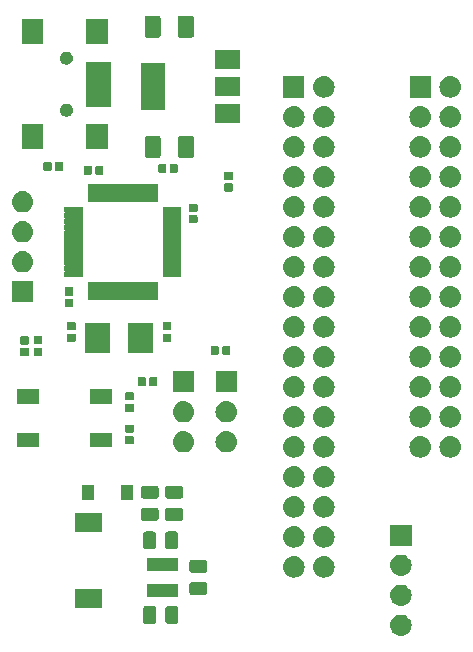
<source format=gbr>
G04 #@! TF.GenerationSoftware,KiCad,Pcbnew,(5.1.0)-1*
G04 #@! TF.CreationDate,2021-02-13T20:01:35+01:00*
G04 #@! TF.ProjectId,GreaseWeazle,47726561-7365-4576-9561-7a6c652e6b69,rev?*
G04 #@! TF.SameCoordinates,Original*
G04 #@! TF.FileFunction,Soldermask,Top*
G04 #@! TF.FilePolarity,Negative*
%FSLAX46Y46*%
G04 Gerber Fmt 4.6, Leading zero omitted, Abs format (unit mm)*
G04 Created by KiCad (PCBNEW (5.1.0)-1) date 2021-02-13 20:01:35*
%MOMM*%
%LPD*%
G04 APERTURE LIST*
%ADD10C,0.100000*%
G04 APERTURE END LIST*
D10*
G36*
X110260443Y-95285119D02*
G01*
X110326627Y-95291637D01*
X110496466Y-95343157D01*
X110652991Y-95426822D01*
X110688729Y-95456152D01*
X110790186Y-95539414D01*
X110873448Y-95640871D01*
X110902778Y-95676609D01*
X110986443Y-95833134D01*
X111037963Y-96002973D01*
X111055359Y-96179600D01*
X111037963Y-96356227D01*
X110986443Y-96526066D01*
X110902778Y-96682591D01*
X110873448Y-96718329D01*
X110790186Y-96819786D01*
X110688729Y-96903048D01*
X110652991Y-96932378D01*
X110496466Y-97016043D01*
X110326627Y-97067563D01*
X110260443Y-97074081D01*
X110194260Y-97080600D01*
X110105740Y-97080600D01*
X110039558Y-97074082D01*
X109973373Y-97067563D01*
X109803534Y-97016043D01*
X109647009Y-96932378D01*
X109611271Y-96903048D01*
X109509814Y-96819786D01*
X109426552Y-96718329D01*
X109397222Y-96682591D01*
X109313557Y-96526066D01*
X109262037Y-96356227D01*
X109244641Y-96179600D01*
X109262037Y-96002973D01*
X109313557Y-95833134D01*
X109397222Y-95676609D01*
X109426552Y-95640871D01*
X109509814Y-95539414D01*
X109611271Y-95456152D01*
X109647009Y-95426822D01*
X109803534Y-95343157D01*
X109973373Y-95291637D01*
X110039557Y-95285119D01*
X110105740Y-95278600D01*
X110194260Y-95278600D01*
X110260443Y-95285119D01*
X110260443Y-95285119D01*
G37*
G36*
X91121368Y-94556865D02*
G01*
X91160038Y-94568596D01*
X91195677Y-94587646D01*
X91226917Y-94613283D01*
X91252554Y-94644523D01*
X91271604Y-94680162D01*
X91283335Y-94718832D01*
X91287900Y-94765188D01*
X91287900Y-95841412D01*
X91283335Y-95887768D01*
X91271604Y-95926438D01*
X91252554Y-95962077D01*
X91226917Y-95993317D01*
X91195677Y-96018954D01*
X91160038Y-96038004D01*
X91121368Y-96049735D01*
X91075012Y-96054300D01*
X90423788Y-96054300D01*
X90377432Y-96049735D01*
X90338762Y-96038004D01*
X90303123Y-96018954D01*
X90271883Y-95993317D01*
X90246246Y-95962077D01*
X90227196Y-95926438D01*
X90215465Y-95887768D01*
X90210900Y-95841412D01*
X90210900Y-94765188D01*
X90215465Y-94718832D01*
X90227196Y-94680162D01*
X90246246Y-94644523D01*
X90271883Y-94613283D01*
X90303123Y-94587646D01*
X90338762Y-94568596D01*
X90377432Y-94556865D01*
X90423788Y-94552300D01*
X91075012Y-94552300D01*
X91121368Y-94556865D01*
X91121368Y-94556865D01*
G37*
G36*
X89246368Y-94556865D02*
G01*
X89285038Y-94568596D01*
X89320677Y-94587646D01*
X89351917Y-94613283D01*
X89377554Y-94644523D01*
X89396604Y-94680162D01*
X89408335Y-94718832D01*
X89412900Y-94765188D01*
X89412900Y-95841412D01*
X89408335Y-95887768D01*
X89396604Y-95926438D01*
X89377554Y-95962077D01*
X89351917Y-95993317D01*
X89320677Y-96018954D01*
X89285038Y-96038004D01*
X89246368Y-96049735D01*
X89200012Y-96054300D01*
X88548788Y-96054300D01*
X88502432Y-96049735D01*
X88463762Y-96038004D01*
X88428123Y-96018954D01*
X88396883Y-95993317D01*
X88371246Y-95962077D01*
X88352196Y-95926438D01*
X88340465Y-95887768D01*
X88335900Y-95841412D01*
X88335900Y-94765188D01*
X88340465Y-94718832D01*
X88352196Y-94680162D01*
X88371246Y-94644523D01*
X88396883Y-94613283D01*
X88428123Y-94587646D01*
X88463762Y-94568596D01*
X88502432Y-94556865D01*
X88548788Y-94552300D01*
X89200012Y-94552300D01*
X89246368Y-94556865D01*
X89246368Y-94556865D01*
G37*
G36*
X84816100Y-94694200D02*
G01*
X82514100Y-94694200D01*
X82514100Y-93092200D01*
X84816100Y-93092200D01*
X84816100Y-94694200D01*
X84816100Y-94694200D01*
G37*
G36*
X110260442Y-92745118D02*
G01*
X110326627Y-92751637D01*
X110496466Y-92803157D01*
X110652991Y-92886822D01*
X110688729Y-92916152D01*
X110790186Y-92999414D01*
X110866332Y-93092200D01*
X110902778Y-93136609D01*
X110986443Y-93293134D01*
X111037963Y-93462973D01*
X111055359Y-93639600D01*
X111037963Y-93816227D01*
X110986443Y-93986066D01*
X110902778Y-94142591D01*
X110873448Y-94178329D01*
X110790186Y-94279786D01*
X110688729Y-94363048D01*
X110652991Y-94392378D01*
X110496466Y-94476043D01*
X110326627Y-94527563D01*
X110260443Y-94534081D01*
X110194260Y-94540600D01*
X110105740Y-94540600D01*
X110039557Y-94534081D01*
X109973373Y-94527563D01*
X109803534Y-94476043D01*
X109647009Y-94392378D01*
X109611271Y-94363048D01*
X109509814Y-94279786D01*
X109426552Y-94178329D01*
X109397222Y-94142591D01*
X109313557Y-93986066D01*
X109262037Y-93816227D01*
X109244641Y-93639600D01*
X109262037Y-93462973D01*
X109313557Y-93293134D01*
X109397222Y-93136609D01*
X109433668Y-93092200D01*
X109509814Y-92999414D01*
X109611271Y-92916152D01*
X109647009Y-92886822D01*
X109803534Y-92803157D01*
X109973373Y-92751637D01*
X110039558Y-92745118D01*
X110105740Y-92738600D01*
X110194260Y-92738600D01*
X110260442Y-92745118D01*
X110260442Y-92745118D01*
G37*
G36*
X91264900Y-93822000D02*
G01*
X88612900Y-93822000D01*
X88612900Y-92660000D01*
X91264900Y-92660000D01*
X91264900Y-93822000D01*
X91264900Y-93822000D01*
G37*
G36*
X93571368Y-92531865D02*
G01*
X93610038Y-92543596D01*
X93645677Y-92562646D01*
X93676917Y-92588283D01*
X93702554Y-92619523D01*
X93721604Y-92655162D01*
X93733335Y-92693832D01*
X93737900Y-92740188D01*
X93737900Y-93391412D01*
X93733335Y-93437768D01*
X93721604Y-93476438D01*
X93702554Y-93512077D01*
X93676917Y-93543317D01*
X93645677Y-93568954D01*
X93610038Y-93588004D01*
X93571368Y-93599735D01*
X93525012Y-93604300D01*
X92448788Y-93604300D01*
X92402432Y-93599735D01*
X92363762Y-93588004D01*
X92328123Y-93568954D01*
X92296883Y-93543317D01*
X92271246Y-93512077D01*
X92252196Y-93476438D01*
X92240465Y-93437768D01*
X92235900Y-93391412D01*
X92235900Y-92740188D01*
X92240465Y-92693832D01*
X92252196Y-92655162D01*
X92271246Y-92619523D01*
X92296883Y-92588283D01*
X92328123Y-92562646D01*
X92363762Y-92543596D01*
X92402432Y-92531865D01*
X92448788Y-92527300D01*
X93525012Y-92527300D01*
X93571368Y-92531865D01*
X93571368Y-92531865D01*
G37*
G36*
X101251294Y-90335033D02*
G01*
X101423695Y-90387331D01*
X101582583Y-90472258D01*
X101721849Y-90586551D01*
X101836142Y-90725817D01*
X101921069Y-90884705D01*
X101973367Y-91057106D01*
X101991025Y-91236400D01*
X101973367Y-91415694D01*
X101921069Y-91588095D01*
X101836142Y-91746983D01*
X101721849Y-91886249D01*
X101582583Y-92000542D01*
X101423695Y-92085469D01*
X101251294Y-92137767D01*
X101116931Y-92151000D01*
X101027069Y-92151000D01*
X100892706Y-92137767D01*
X100720305Y-92085469D01*
X100561417Y-92000542D01*
X100422151Y-91886249D01*
X100307858Y-91746983D01*
X100222931Y-91588095D01*
X100170633Y-91415694D01*
X100152975Y-91236400D01*
X100170633Y-91057106D01*
X100222931Y-90884705D01*
X100307858Y-90725817D01*
X100422151Y-90586551D01*
X100561417Y-90472258D01*
X100720305Y-90387331D01*
X100892706Y-90335033D01*
X101027069Y-90321800D01*
X101116931Y-90321800D01*
X101251294Y-90335033D01*
X101251294Y-90335033D01*
G37*
G36*
X103791294Y-90335033D02*
G01*
X103963695Y-90387331D01*
X104122583Y-90472258D01*
X104261849Y-90586551D01*
X104376142Y-90725817D01*
X104461069Y-90884705D01*
X104513367Y-91057106D01*
X104531025Y-91236400D01*
X104513367Y-91415694D01*
X104461069Y-91588095D01*
X104376142Y-91746983D01*
X104261849Y-91886249D01*
X104122583Y-92000542D01*
X103963695Y-92085469D01*
X103791294Y-92137767D01*
X103656931Y-92151000D01*
X103567069Y-92151000D01*
X103432706Y-92137767D01*
X103260305Y-92085469D01*
X103101417Y-92000542D01*
X102962151Y-91886249D01*
X102847858Y-91746983D01*
X102762931Y-91588095D01*
X102710633Y-91415694D01*
X102692975Y-91236400D01*
X102710633Y-91057106D01*
X102762931Y-90884705D01*
X102847858Y-90725817D01*
X102962151Y-90586551D01*
X103101417Y-90472258D01*
X103260305Y-90387331D01*
X103432706Y-90335033D01*
X103567069Y-90321800D01*
X103656931Y-90321800D01*
X103791294Y-90335033D01*
X103791294Y-90335033D01*
G37*
G36*
X110260443Y-90205119D02*
G01*
X110326627Y-90211637D01*
X110496466Y-90263157D01*
X110652991Y-90346822D01*
X110688729Y-90376152D01*
X110790186Y-90459414D01*
X110873448Y-90560871D01*
X110902778Y-90596609D01*
X110986443Y-90753134D01*
X111037963Y-90922973D01*
X111055359Y-91099600D01*
X111037963Y-91276227D01*
X110986443Y-91446066D01*
X110902778Y-91602591D01*
X110896995Y-91609637D01*
X110790186Y-91739786D01*
X110688729Y-91823048D01*
X110652991Y-91852378D01*
X110496466Y-91936043D01*
X110326627Y-91987563D01*
X110260443Y-91994081D01*
X110194260Y-92000600D01*
X110105740Y-92000600D01*
X110039557Y-91994081D01*
X109973373Y-91987563D01*
X109803534Y-91936043D01*
X109647009Y-91852378D01*
X109611271Y-91823048D01*
X109509814Y-91739786D01*
X109403005Y-91609637D01*
X109397222Y-91602591D01*
X109313557Y-91446066D01*
X109262037Y-91276227D01*
X109244641Y-91099600D01*
X109262037Y-90922973D01*
X109313557Y-90753134D01*
X109397222Y-90596609D01*
X109426552Y-90560871D01*
X109509814Y-90459414D01*
X109611271Y-90376152D01*
X109647009Y-90346822D01*
X109803534Y-90263157D01*
X109973373Y-90211637D01*
X110039557Y-90205119D01*
X110105740Y-90198600D01*
X110194260Y-90198600D01*
X110260443Y-90205119D01*
X110260443Y-90205119D01*
G37*
G36*
X93571368Y-90656865D02*
G01*
X93610038Y-90668596D01*
X93645677Y-90687646D01*
X93676917Y-90713283D01*
X93702554Y-90744523D01*
X93721604Y-90780162D01*
X93733335Y-90818832D01*
X93737900Y-90865188D01*
X93737900Y-91516412D01*
X93733335Y-91562768D01*
X93721604Y-91601438D01*
X93702554Y-91637077D01*
X93676917Y-91668317D01*
X93645677Y-91693954D01*
X93610038Y-91713004D01*
X93571368Y-91724735D01*
X93525012Y-91729300D01*
X92448788Y-91729300D01*
X92402432Y-91724735D01*
X92363762Y-91713004D01*
X92328123Y-91693954D01*
X92296883Y-91668317D01*
X92271246Y-91637077D01*
X92252196Y-91601438D01*
X92240465Y-91562768D01*
X92235900Y-91516412D01*
X92235900Y-90865188D01*
X92240465Y-90818832D01*
X92252196Y-90780162D01*
X92271246Y-90744523D01*
X92296883Y-90713283D01*
X92328123Y-90687646D01*
X92363762Y-90668596D01*
X92402432Y-90656865D01*
X92448788Y-90652300D01*
X93525012Y-90652300D01*
X93571368Y-90656865D01*
X93571368Y-90656865D01*
G37*
G36*
X91264900Y-91622000D02*
G01*
X88612900Y-91622000D01*
X88612900Y-90460000D01*
X91264900Y-90460000D01*
X91264900Y-91622000D01*
X91264900Y-91622000D01*
G37*
G36*
X91121368Y-88244965D02*
G01*
X91160038Y-88256696D01*
X91195677Y-88275746D01*
X91226917Y-88301383D01*
X91252554Y-88332623D01*
X91271604Y-88368262D01*
X91283335Y-88406932D01*
X91287900Y-88453288D01*
X91287900Y-89529512D01*
X91283335Y-89575868D01*
X91271604Y-89614538D01*
X91252554Y-89650177D01*
X91226917Y-89681417D01*
X91195677Y-89707054D01*
X91160038Y-89726104D01*
X91121368Y-89737835D01*
X91075012Y-89742400D01*
X90423788Y-89742400D01*
X90377432Y-89737835D01*
X90338762Y-89726104D01*
X90303123Y-89707054D01*
X90271883Y-89681417D01*
X90246246Y-89650177D01*
X90227196Y-89614538D01*
X90215465Y-89575868D01*
X90210900Y-89529512D01*
X90210900Y-88453288D01*
X90215465Y-88406932D01*
X90227196Y-88368262D01*
X90246246Y-88332623D01*
X90271883Y-88301383D01*
X90303123Y-88275746D01*
X90338762Y-88256696D01*
X90377432Y-88244965D01*
X90423788Y-88240400D01*
X91075012Y-88240400D01*
X91121368Y-88244965D01*
X91121368Y-88244965D01*
G37*
G36*
X89246368Y-88244965D02*
G01*
X89285038Y-88256696D01*
X89320677Y-88275746D01*
X89351917Y-88301383D01*
X89377554Y-88332623D01*
X89396604Y-88368262D01*
X89408335Y-88406932D01*
X89412900Y-88453288D01*
X89412900Y-89529512D01*
X89408335Y-89575868D01*
X89396604Y-89614538D01*
X89377554Y-89650177D01*
X89351917Y-89681417D01*
X89320677Y-89707054D01*
X89285038Y-89726104D01*
X89246368Y-89737835D01*
X89200012Y-89742400D01*
X88548788Y-89742400D01*
X88502432Y-89737835D01*
X88463762Y-89726104D01*
X88428123Y-89707054D01*
X88396883Y-89681417D01*
X88371246Y-89650177D01*
X88352196Y-89614538D01*
X88340465Y-89575868D01*
X88335900Y-89529512D01*
X88335900Y-88453288D01*
X88340465Y-88406932D01*
X88352196Y-88368262D01*
X88371246Y-88332623D01*
X88396883Y-88301383D01*
X88428123Y-88275746D01*
X88463762Y-88256696D01*
X88502432Y-88244965D01*
X88548788Y-88240400D01*
X89200012Y-88240400D01*
X89246368Y-88244965D01*
X89246368Y-88244965D01*
G37*
G36*
X101251294Y-87795033D02*
G01*
X101423695Y-87847331D01*
X101582583Y-87932258D01*
X101721849Y-88046551D01*
X101836142Y-88185817D01*
X101921069Y-88344705D01*
X101973367Y-88517106D01*
X101991025Y-88696400D01*
X101973367Y-88875694D01*
X101921069Y-89048095D01*
X101836142Y-89206983D01*
X101721849Y-89346249D01*
X101582583Y-89460542D01*
X101423695Y-89545469D01*
X101251294Y-89597767D01*
X101116931Y-89611000D01*
X101027069Y-89611000D01*
X100892706Y-89597767D01*
X100720305Y-89545469D01*
X100561417Y-89460542D01*
X100422151Y-89346249D01*
X100307858Y-89206983D01*
X100222931Y-89048095D01*
X100170633Y-88875694D01*
X100152975Y-88696400D01*
X100170633Y-88517106D01*
X100222931Y-88344705D01*
X100307858Y-88185817D01*
X100422151Y-88046551D01*
X100561417Y-87932258D01*
X100720305Y-87847331D01*
X100892706Y-87795033D01*
X101027069Y-87781800D01*
X101116931Y-87781800D01*
X101251294Y-87795033D01*
X101251294Y-87795033D01*
G37*
G36*
X103791294Y-87795033D02*
G01*
X103963695Y-87847331D01*
X104122583Y-87932258D01*
X104261849Y-88046551D01*
X104376142Y-88185817D01*
X104461069Y-88344705D01*
X104513367Y-88517106D01*
X104531025Y-88696400D01*
X104513367Y-88875694D01*
X104461069Y-89048095D01*
X104376142Y-89206983D01*
X104261849Y-89346249D01*
X104122583Y-89460542D01*
X103963695Y-89545469D01*
X103791294Y-89597767D01*
X103656931Y-89611000D01*
X103567069Y-89611000D01*
X103432706Y-89597767D01*
X103260305Y-89545469D01*
X103101417Y-89460542D01*
X102962151Y-89346249D01*
X102847858Y-89206983D01*
X102762931Y-89048095D01*
X102710633Y-88875694D01*
X102692975Y-88696400D01*
X102710633Y-88517106D01*
X102762931Y-88344705D01*
X102847858Y-88185817D01*
X102962151Y-88046551D01*
X103101417Y-87932258D01*
X103260305Y-87847331D01*
X103432706Y-87795033D01*
X103567069Y-87781800D01*
X103656931Y-87781800D01*
X103791294Y-87795033D01*
X103791294Y-87795033D01*
G37*
G36*
X111051000Y-89460600D02*
G01*
X109249000Y-89460600D01*
X109249000Y-87658600D01*
X111051000Y-87658600D01*
X111051000Y-89460600D01*
X111051000Y-89460600D01*
G37*
G36*
X84816100Y-88294200D02*
G01*
X82514100Y-88294200D01*
X82514100Y-86692200D01*
X84816100Y-86692200D01*
X84816100Y-88294200D01*
X84816100Y-88294200D01*
G37*
G36*
X91526668Y-86258065D02*
G01*
X91565338Y-86269796D01*
X91600977Y-86288846D01*
X91632217Y-86314483D01*
X91657854Y-86345723D01*
X91676904Y-86381362D01*
X91688635Y-86420032D01*
X91693200Y-86466388D01*
X91693200Y-87117612D01*
X91688635Y-87163968D01*
X91676904Y-87202638D01*
X91657854Y-87238277D01*
X91632217Y-87269517D01*
X91600977Y-87295154D01*
X91565338Y-87314204D01*
X91526668Y-87325935D01*
X91480312Y-87330500D01*
X90404088Y-87330500D01*
X90357732Y-87325935D01*
X90319062Y-87314204D01*
X90283423Y-87295154D01*
X90252183Y-87269517D01*
X90226546Y-87238277D01*
X90207496Y-87202638D01*
X90195765Y-87163968D01*
X90191200Y-87117612D01*
X90191200Y-86466388D01*
X90195765Y-86420032D01*
X90207496Y-86381362D01*
X90226546Y-86345723D01*
X90252183Y-86314483D01*
X90283423Y-86288846D01*
X90319062Y-86269796D01*
X90357732Y-86258065D01*
X90404088Y-86253500D01*
X91480312Y-86253500D01*
X91526668Y-86258065D01*
X91526668Y-86258065D01*
G37*
G36*
X89469268Y-86255765D02*
G01*
X89507938Y-86267496D01*
X89543577Y-86286546D01*
X89574817Y-86312183D01*
X89600454Y-86343423D01*
X89619504Y-86379062D01*
X89631235Y-86417732D01*
X89635800Y-86464088D01*
X89635800Y-87115312D01*
X89631235Y-87161668D01*
X89619504Y-87200338D01*
X89600454Y-87235977D01*
X89574817Y-87267217D01*
X89543577Y-87292854D01*
X89507938Y-87311904D01*
X89469268Y-87323635D01*
X89422912Y-87328200D01*
X88346688Y-87328200D01*
X88300332Y-87323635D01*
X88261662Y-87311904D01*
X88226023Y-87292854D01*
X88194783Y-87267217D01*
X88169146Y-87235977D01*
X88150096Y-87200338D01*
X88138365Y-87161668D01*
X88133800Y-87115312D01*
X88133800Y-86464088D01*
X88138365Y-86417732D01*
X88150096Y-86379062D01*
X88169146Y-86343423D01*
X88194783Y-86312183D01*
X88226023Y-86286546D01*
X88261662Y-86267496D01*
X88300332Y-86255765D01*
X88346688Y-86251200D01*
X89422912Y-86251200D01*
X89469268Y-86255765D01*
X89469268Y-86255765D01*
G37*
G36*
X103791294Y-85255033D02*
G01*
X103963695Y-85307331D01*
X104122583Y-85392258D01*
X104261849Y-85506551D01*
X104376142Y-85645817D01*
X104461069Y-85804705D01*
X104513367Y-85977106D01*
X104531025Y-86156400D01*
X104513367Y-86335694D01*
X104461069Y-86508095D01*
X104376142Y-86666983D01*
X104261849Y-86806249D01*
X104122583Y-86920542D01*
X103963695Y-87005469D01*
X103791294Y-87057767D01*
X103656931Y-87071000D01*
X103567069Y-87071000D01*
X103432706Y-87057767D01*
X103260305Y-87005469D01*
X103101417Y-86920542D01*
X102962151Y-86806249D01*
X102847858Y-86666983D01*
X102762931Y-86508095D01*
X102710633Y-86335694D01*
X102692975Y-86156400D01*
X102710633Y-85977106D01*
X102762931Y-85804705D01*
X102847858Y-85645817D01*
X102962151Y-85506551D01*
X103101417Y-85392258D01*
X103260305Y-85307331D01*
X103432706Y-85255033D01*
X103567069Y-85241800D01*
X103656931Y-85241800D01*
X103791294Y-85255033D01*
X103791294Y-85255033D01*
G37*
G36*
X101251294Y-85255033D02*
G01*
X101423695Y-85307331D01*
X101582583Y-85392258D01*
X101721849Y-85506551D01*
X101836142Y-85645817D01*
X101921069Y-85804705D01*
X101973367Y-85977106D01*
X101991025Y-86156400D01*
X101973367Y-86335694D01*
X101921069Y-86508095D01*
X101836142Y-86666983D01*
X101721849Y-86806249D01*
X101582583Y-86920542D01*
X101423695Y-87005469D01*
X101251294Y-87057767D01*
X101116931Y-87071000D01*
X101027069Y-87071000D01*
X100892706Y-87057767D01*
X100720305Y-87005469D01*
X100561417Y-86920542D01*
X100422151Y-86806249D01*
X100307858Y-86666983D01*
X100222931Y-86508095D01*
X100170633Y-86335694D01*
X100152975Y-86156400D01*
X100170633Y-85977106D01*
X100222931Y-85804705D01*
X100307858Y-85645817D01*
X100422151Y-85506551D01*
X100561417Y-85392258D01*
X100720305Y-85307331D01*
X100892706Y-85255033D01*
X101027069Y-85241800D01*
X101116931Y-85241800D01*
X101251294Y-85255033D01*
X101251294Y-85255033D01*
G37*
G36*
X87467100Y-85578400D02*
G01*
X86465100Y-85578400D01*
X86465100Y-84276400D01*
X87467100Y-84276400D01*
X87467100Y-85578400D01*
X87467100Y-85578400D01*
G37*
G36*
X84167100Y-85578400D02*
G01*
X83165100Y-85578400D01*
X83165100Y-84276400D01*
X84167100Y-84276400D01*
X84167100Y-85578400D01*
X84167100Y-85578400D01*
G37*
G36*
X91526668Y-84383065D02*
G01*
X91565338Y-84394796D01*
X91600977Y-84413846D01*
X91632217Y-84439483D01*
X91657854Y-84470723D01*
X91676904Y-84506362D01*
X91688635Y-84545032D01*
X91693200Y-84591388D01*
X91693200Y-85242612D01*
X91688635Y-85288968D01*
X91676904Y-85327638D01*
X91657854Y-85363277D01*
X91632217Y-85394517D01*
X91600977Y-85420154D01*
X91565338Y-85439204D01*
X91526668Y-85450935D01*
X91480312Y-85455500D01*
X90404088Y-85455500D01*
X90357732Y-85450935D01*
X90319062Y-85439204D01*
X90283423Y-85420154D01*
X90252183Y-85394517D01*
X90226546Y-85363277D01*
X90207496Y-85327638D01*
X90195765Y-85288968D01*
X90191200Y-85242612D01*
X90191200Y-84591388D01*
X90195765Y-84545032D01*
X90207496Y-84506362D01*
X90226546Y-84470723D01*
X90252183Y-84439483D01*
X90283423Y-84413846D01*
X90319062Y-84394796D01*
X90357732Y-84383065D01*
X90404088Y-84378500D01*
X91480312Y-84378500D01*
X91526668Y-84383065D01*
X91526668Y-84383065D01*
G37*
G36*
X89469268Y-84380765D02*
G01*
X89507938Y-84392496D01*
X89543577Y-84411546D01*
X89574817Y-84437183D01*
X89600454Y-84468423D01*
X89619504Y-84504062D01*
X89631235Y-84542732D01*
X89635800Y-84589088D01*
X89635800Y-85240312D01*
X89631235Y-85286668D01*
X89619504Y-85325338D01*
X89600454Y-85360977D01*
X89574817Y-85392217D01*
X89543577Y-85417854D01*
X89507938Y-85436904D01*
X89469268Y-85448635D01*
X89422912Y-85453200D01*
X88346688Y-85453200D01*
X88300332Y-85448635D01*
X88261662Y-85436904D01*
X88226023Y-85417854D01*
X88194783Y-85392217D01*
X88169146Y-85360977D01*
X88150096Y-85325338D01*
X88138365Y-85286668D01*
X88133800Y-85240312D01*
X88133800Y-84589088D01*
X88138365Y-84542732D01*
X88150096Y-84504062D01*
X88169146Y-84468423D01*
X88194783Y-84437183D01*
X88226023Y-84411546D01*
X88261662Y-84392496D01*
X88300332Y-84380765D01*
X88346688Y-84376200D01*
X89422912Y-84376200D01*
X89469268Y-84380765D01*
X89469268Y-84380765D01*
G37*
G36*
X101251294Y-82715033D02*
G01*
X101423695Y-82767331D01*
X101582583Y-82852258D01*
X101721849Y-82966551D01*
X101836142Y-83105817D01*
X101921069Y-83264705D01*
X101973367Y-83437106D01*
X101991025Y-83616400D01*
X101973367Y-83795694D01*
X101921069Y-83968095D01*
X101836142Y-84126983D01*
X101721849Y-84266249D01*
X101582583Y-84380542D01*
X101423695Y-84465469D01*
X101251294Y-84517767D01*
X101116931Y-84531000D01*
X101027069Y-84531000D01*
X100892706Y-84517767D01*
X100720305Y-84465469D01*
X100561417Y-84380542D01*
X100422151Y-84266249D01*
X100307858Y-84126983D01*
X100222931Y-83968095D01*
X100170633Y-83795694D01*
X100152975Y-83616400D01*
X100170633Y-83437106D01*
X100222931Y-83264705D01*
X100307858Y-83105817D01*
X100422151Y-82966551D01*
X100561417Y-82852258D01*
X100720305Y-82767331D01*
X100892706Y-82715033D01*
X101027069Y-82701800D01*
X101116931Y-82701800D01*
X101251294Y-82715033D01*
X101251294Y-82715033D01*
G37*
G36*
X103791294Y-82715033D02*
G01*
X103963695Y-82767331D01*
X104122583Y-82852258D01*
X104261849Y-82966551D01*
X104376142Y-83105817D01*
X104461069Y-83264705D01*
X104513367Y-83437106D01*
X104531025Y-83616400D01*
X104513367Y-83795694D01*
X104461069Y-83968095D01*
X104376142Y-84126983D01*
X104261849Y-84266249D01*
X104122583Y-84380542D01*
X103963695Y-84465469D01*
X103791294Y-84517767D01*
X103656931Y-84531000D01*
X103567069Y-84531000D01*
X103432706Y-84517767D01*
X103260305Y-84465469D01*
X103101417Y-84380542D01*
X102962151Y-84266249D01*
X102847858Y-84126983D01*
X102762931Y-83968095D01*
X102710633Y-83795694D01*
X102692975Y-83616400D01*
X102710633Y-83437106D01*
X102762931Y-83264705D01*
X102847858Y-83105817D01*
X102962151Y-82966551D01*
X103101417Y-82852258D01*
X103260305Y-82767331D01*
X103432706Y-82715033D01*
X103567069Y-82701800D01*
X103656931Y-82701800D01*
X103791294Y-82715033D01*
X103791294Y-82715033D01*
G37*
G36*
X114511294Y-80175033D02*
G01*
X114683695Y-80227331D01*
X114842583Y-80312258D01*
X114981849Y-80426551D01*
X115096142Y-80565817D01*
X115181069Y-80724705D01*
X115233367Y-80897106D01*
X115251025Y-81076400D01*
X115233367Y-81255694D01*
X115181069Y-81428095D01*
X115096142Y-81586983D01*
X114981849Y-81726249D01*
X114842583Y-81840542D01*
X114683695Y-81925469D01*
X114511294Y-81977767D01*
X114376931Y-81991000D01*
X114287069Y-81991000D01*
X114152706Y-81977767D01*
X113980305Y-81925469D01*
X113821417Y-81840542D01*
X113682151Y-81726249D01*
X113567858Y-81586983D01*
X113482931Y-81428095D01*
X113430633Y-81255694D01*
X113412975Y-81076400D01*
X113430633Y-80897106D01*
X113482931Y-80724705D01*
X113567858Y-80565817D01*
X113682151Y-80426551D01*
X113821417Y-80312258D01*
X113980305Y-80227331D01*
X114152706Y-80175033D01*
X114287069Y-80161800D01*
X114376931Y-80161800D01*
X114511294Y-80175033D01*
X114511294Y-80175033D01*
G37*
G36*
X111971294Y-80175033D02*
G01*
X112143695Y-80227331D01*
X112302583Y-80312258D01*
X112441849Y-80426551D01*
X112556142Y-80565817D01*
X112641069Y-80724705D01*
X112693367Y-80897106D01*
X112711025Y-81076400D01*
X112693367Y-81255694D01*
X112641069Y-81428095D01*
X112556142Y-81586983D01*
X112441849Y-81726249D01*
X112302583Y-81840542D01*
X112143695Y-81925469D01*
X111971294Y-81977767D01*
X111836931Y-81991000D01*
X111747069Y-81991000D01*
X111612706Y-81977767D01*
X111440305Y-81925469D01*
X111281417Y-81840542D01*
X111142151Y-81726249D01*
X111027858Y-81586983D01*
X110942931Y-81428095D01*
X110890633Y-81255694D01*
X110872975Y-81076400D01*
X110890633Y-80897106D01*
X110942931Y-80724705D01*
X111027858Y-80565817D01*
X111142151Y-80426551D01*
X111281417Y-80312258D01*
X111440305Y-80227331D01*
X111612706Y-80175033D01*
X111747069Y-80161800D01*
X111836931Y-80161800D01*
X111971294Y-80175033D01*
X111971294Y-80175033D01*
G37*
G36*
X101251294Y-80175033D02*
G01*
X101423695Y-80227331D01*
X101582583Y-80312258D01*
X101721849Y-80426551D01*
X101836142Y-80565817D01*
X101921069Y-80724705D01*
X101973367Y-80897106D01*
X101991025Y-81076400D01*
X101973367Y-81255694D01*
X101921069Y-81428095D01*
X101836142Y-81586983D01*
X101721849Y-81726249D01*
X101582583Y-81840542D01*
X101423695Y-81925469D01*
X101251294Y-81977767D01*
X101116931Y-81991000D01*
X101027069Y-81991000D01*
X100892706Y-81977767D01*
X100720305Y-81925469D01*
X100561417Y-81840542D01*
X100422151Y-81726249D01*
X100307858Y-81586983D01*
X100222931Y-81428095D01*
X100170633Y-81255694D01*
X100152975Y-81076400D01*
X100170633Y-80897106D01*
X100222931Y-80724705D01*
X100307858Y-80565817D01*
X100422151Y-80426551D01*
X100561417Y-80312258D01*
X100720305Y-80227331D01*
X100892706Y-80175033D01*
X101027069Y-80161800D01*
X101116931Y-80161800D01*
X101251294Y-80175033D01*
X101251294Y-80175033D01*
G37*
G36*
X103791294Y-80175033D02*
G01*
X103963695Y-80227331D01*
X104122583Y-80312258D01*
X104261849Y-80426551D01*
X104376142Y-80565817D01*
X104461069Y-80724705D01*
X104513367Y-80897106D01*
X104531025Y-81076400D01*
X104513367Y-81255694D01*
X104461069Y-81428095D01*
X104376142Y-81586983D01*
X104261849Y-81726249D01*
X104122583Y-81840542D01*
X103963695Y-81925469D01*
X103791294Y-81977767D01*
X103656931Y-81991000D01*
X103567069Y-81991000D01*
X103432706Y-81977767D01*
X103260305Y-81925469D01*
X103101417Y-81840542D01*
X102962151Y-81726249D01*
X102847858Y-81586983D01*
X102762931Y-81428095D01*
X102710633Y-81255694D01*
X102692975Y-81076400D01*
X102710633Y-80897106D01*
X102762931Y-80724705D01*
X102847858Y-80565817D01*
X102962151Y-80426551D01*
X103101417Y-80312258D01*
X103260305Y-80227331D01*
X103432706Y-80175033D01*
X103567069Y-80161800D01*
X103656931Y-80161800D01*
X103791294Y-80175033D01*
X103791294Y-80175033D01*
G37*
G36*
X95467142Y-79740318D02*
G01*
X95533327Y-79746837D01*
X95703166Y-79798357D01*
X95859691Y-79882022D01*
X95895429Y-79911352D01*
X95996886Y-79994614D01*
X96080148Y-80096071D01*
X96109478Y-80131809D01*
X96193143Y-80288334D01*
X96244663Y-80458173D01*
X96262059Y-80634800D01*
X96244663Y-80811427D01*
X96193143Y-80981266D01*
X96109478Y-81137791D01*
X96080148Y-81173529D01*
X95996886Y-81274986D01*
X95895429Y-81358248D01*
X95859691Y-81387578D01*
X95703166Y-81471243D01*
X95533327Y-81522763D01*
X95467142Y-81529282D01*
X95400960Y-81535800D01*
X95312440Y-81535800D01*
X95246258Y-81529282D01*
X95180073Y-81522763D01*
X95010234Y-81471243D01*
X94853709Y-81387578D01*
X94817971Y-81358248D01*
X94716514Y-81274986D01*
X94633252Y-81173529D01*
X94603922Y-81137791D01*
X94520257Y-80981266D01*
X94468737Y-80811427D01*
X94451341Y-80634800D01*
X94468737Y-80458173D01*
X94520257Y-80288334D01*
X94603922Y-80131809D01*
X94633252Y-80096071D01*
X94716514Y-79994614D01*
X94817971Y-79911352D01*
X94853709Y-79882022D01*
X95010234Y-79798357D01*
X95180073Y-79746837D01*
X95246258Y-79740318D01*
X95312440Y-79733800D01*
X95400960Y-79733800D01*
X95467142Y-79740318D01*
X95467142Y-79740318D01*
G37*
G36*
X91845042Y-79740318D02*
G01*
X91911227Y-79746837D01*
X92081066Y-79798357D01*
X92237591Y-79882022D01*
X92273329Y-79911352D01*
X92374786Y-79994614D01*
X92458048Y-80096071D01*
X92487378Y-80131809D01*
X92571043Y-80288334D01*
X92622563Y-80458173D01*
X92639959Y-80634800D01*
X92622563Y-80811427D01*
X92571043Y-80981266D01*
X92487378Y-81137791D01*
X92458048Y-81173529D01*
X92374786Y-81274986D01*
X92273329Y-81358248D01*
X92237591Y-81387578D01*
X92081066Y-81471243D01*
X91911227Y-81522763D01*
X91845042Y-81529282D01*
X91778860Y-81535800D01*
X91690340Y-81535800D01*
X91624158Y-81529282D01*
X91557973Y-81522763D01*
X91388134Y-81471243D01*
X91231609Y-81387578D01*
X91195871Y-81358248D01*
X91094414Y-81274986D01*
X91011152Y-81173529D01*
X90981822Y-81137791D01*
X90898157Y-80981266D01*
X90846637Y-80811427D01*
X90829241Y-80634800D01*
X90846637Y-80458173D01*
X90898157Y-80288334D01*
X90981822Y-80131809D01*
X91011152Y-80096071D01*
X91094414Y-79994614D01*
X91195871Y-79911352D01*
X91231609Y-79882022D01*
X91388134Y-79798357D01*
X91557973Y-79746837D01*
X91624158Y-79740318D01*
X91690340Y-79733800D01*
X91778860Y-79733800D01*
X91845042Y-79740318D01*
X91845042Y-79740318D01*
G37*
G36*
X85727200Y-81109700D02*
G01*
X83825200Y-81109700D01*
X83825200Y-79907700D01*
X85727200Y-79907700D01*
X85727200Y-81109700D01*
X85727200Y-81109700D01*
G37*
G36*
X79527200Y-81109700D02*
G01*
X77625200Y-81109700D01*
X77625200Y-79907700D01*
X79527200Y-79907700D01*
X79527200Y-81109700D01*
X79527200Y-81109700D01*
G37*
G36*
X87444538Y-80161916D02*
G01*
X87465157Y-80168171D01*
X87484153Y-80178324D01*
X87500808Y-80191992D01*
X87514476Y-80208647D01*
X87524629Y-80227643D01*
X87530884Y-80248262D01*
X87533600Y-80275840D01*
X87533600Y-80734560D01*
X87530884Y-80762138D01*
X87524629Y-80782757D01*
X87514476Y-80801753D01*
X87500808Y-80818408D01*
X87484153Y-80832076D01*
X87465157Y-80842229D01*
X87444538Y-80848484D01*
X87416960Y-80851200D01*
X86908240Y-80851200D01*
X86880662Y-80848484D01*
X86860043Y-80842229D01*
X86841047Y-80832076D01*
X86824392Y-80818408D01*
X86810724Y-80801753D01*
X86800571Y-80782757D01*
X86794316Y-80762138D01*
X86791600Y-80734560D01*
X86791600Y-80275840D01*
X86794316Y-80248262D01*
X86800571Y-80227643D01*
X86810724Y-80208647D01*
X86824392Y-80191992D01*
X86841047Y-80178324D01*
X86860043Y-80168171D01*
X86880662Y-80161916D01*
X86908240Y-80159200D01*
X87416960Y-80159200D01*
X87444538Y-80161916D01*
X87444538Y-80161916D01*
G37*
G36*
X87444538Y-79191916D02*
G01*
X87465157Y-79198171D01*
X87484153Y-79208324D01*
X87500808Y-79221992D01*
X87514476Y-79238647D01*
X87524629Y-79257643D01*
X87530884Y-79278262D01*
X87533600Y-79305840D01*
X87533600Y-79764560D01*
X87530884Y-79792138D01*
X87524629Y-79812757D01*
X87514476Y-79831753D01*
X87500808Y-79848408D01*
X87484153Y-79862076D01*
X87465157Y-79872229D01*
X87444538Y-79878484D01*
X87416960Y-79881200D01*
X86908240Y-79881200D01*
X86880662Y-79878484D01*
X86860043Y-79872229D01*
X86841047Y-79862076D01*
X86824392Y-79848408D01*
X86810724Y-79831753D01*
X86800571Y-79812757D01*
X86794316Y-79792138D01*
X86791600Y-79764560D01*
X86791600Y-79305840D01*
X86794316Y-79278262D01*
X86800571Y-79257643D01*
X86810724Y-79238647D01*
X86824392Y-79221992D01*
X86841047Y-79208324D01*
X86860043Y-79198171D01*
X86880662Y-79191916D01*
X86908240Y-79189200D01*
X87416960Y-79189200D01*
X87444538Y-79191916D01*
X87444538Y-79191916D01*
G37*
G36*
X111971294Y-77635033D02*
G01*
X112143695Y-77687331D01*
X112302583Y-77772258D01*
X112441849Y-77886551D01*
X112556142Y-78025817D01*
X112641069Y-78184705D01*
X112693367Y-78357106D01*
X112711025Y-78536400D01*
X112693367Y-78715694D01*
X112641069Y-78888095D01*
X112556142Y-79046983D01*
X112441849Y-79186249D01*
X112302583Y-79300542D01*
X112143695Y-79385469D01*
X111971294Y-79437767D01*
X111836931Y-79451000D01*
X111747069Y-79451000D01*
X111612706Y-79437767D01*
X111440305Y-79385469D01*
X111281417Y-79300542D01*
X111142151Y-79186249D01*
X111027858Y-79046983D01*
X110942931Y-78888095D01*
X110890633Y-78715694D01*
X110872975Y-78536400D01*
X110890633Y-78357106D01*
X110942931Y-78184705D01*
X111027858Y-78025817D01*
X111142151Y-77886551D01*
X111281417Y-77772258D01*
X111440305Y-77687331D01*
X111612706Y-77635033D01*
X111747069Y-77621800D01*
X111836931Y-77621800D01*
X111971294Y-77635033D01*
X111971294Y-77635033D01*
G37*
G36*
X101251294Y-77635033D02*
G01*
X101423695Y-77687331D01*
X101582583Y-77772258D01*
X101721849Y-77886551D01*
X101836142Y-78025817D01*
X101921069Y-78184705D01*
X101973367Y-78357106D01*
X101991025Y-78536400D01*
X101973367Y-78715694D01*
X101921069Y-78888095D01*
X101836142Y-79046983D01*
X101721849Y-79186249D01*
X101582583Y-79300542D01*
X101423695Y-79385469D01*
X101251294Y-79437767D01*
X101116931Y-79451000D01*
X101027069Y-79451000D01*
X100892706Y-79437767D01*
X100720305Y-79385469D01*
X100561417Y-79300542D01*
X100422151Y-79186249D01*
X100307858Y-79046983D01*
X100222931Y-78888095D01*
X100170633Y-78715694D01*
X100152975Y-78536400D01*
X100170633Y-78357106D01*
X100222931Y-78184705D01*
X100307858Y-78025817D01*
X100422151Y-77886551D01*
X100561417Y-77772258D01*
X100720305Y-77687331D01*
X100892706Y-77635033D01*
X101027069Y-77621800D01*
X101116931Y-77621800D01*
X101251294Y-77635033D01*
X101251294Y-77635033D01*
G37*
G36*
X103791294Y-77635033D02*
G01*
X103963695Y-77687331D01*
X104122583Y-77772258D01*
X104261849Y-77886551D01*
X104376142Y-78025817D01*
X104461069Y-78184705D01*
X104513367Y-78357106D01*
X104531025Y-78536400D01*
X104513367Y-78715694D01*
X104461069Y-78888095D01*
X104376142Y-79046983D01*
X104261849Y-79186249D01*
X104122583Y-79300542D01*
X103963695Y-79385469D01*
X103791294Y-79437767D01*
X103656931Y-79451000D01*
X103567069Y-79451000D01*
X103432706Y-79437767D01*
X103260305Y-79385469D01*
X103101417Y-79300542D01*
X102962151Y-79186249D01*
X102847858Y-79046983D01*
X102762931Y-78888095D01*
X102710633Y-78715694D01*
X102692975Y-78536400D01*
X102710633Y-78357106D01*
X102762931Y-78184705D01*
X102847858Y-78025817D01*
X102962151Y-77886551D01*
X103101417Y-77772258D01*
X103260305Y-77687331D01*
X103432706Y-77635033D01*
X103567069Y-77621800D01*
X103656931Y-77621800D01*
X103791294Y-77635033D01*
X103791294Y-77635033D01*
G37*
G36*
X114511294Y-77635033D02*
G01*
X114683695Y-77687331D01*
X114842583Y-77772258D01*
X114981849Y-77886551D01*
X115096142Y-78025817D01*
X115181069Y-78184705D01*
X115233367Y-78357106D01*
X115251025Y-78536400D01*
X115233367Y-78715694D01*
X115181069Y-78888095D01*
X115096142Y-79046983D01*
X114981849Y-79186249D01*
X114842583Y-79300542D01*
X114683695Y-79385469D01*
X114511294Y-79437767D01*
X114376931Y-79451000D01*
X114287069Y-79451000D01*
X114152706Y-79437767D01*
X113980305Y-79385469D01*
X113821417Y-79300542D01*
X113682151Y-79186249D01*
X113567858Y-79046983D01*
X113482931Y-78888095D01*
X113430633Y-78715694D01*
X113412975Y-78536400D01*
X113430633Y-78357106D01*
X113482931Y-78184705D01*
X113567858Y-78025817D01*
X113682151Y-77886551D01*
X113821417Y-77772258D01*
X113980305Y-77687331D01*
X114152706Y-77635033D01*
X114287069Y-77621800D01*
X114376931Y-77621800D01*
X114511294Y-77635033D01*
X114511294Y-77635033D01*
G37*
G36*
X95467142Y-77200318D02*
G01*
X95533327Y-77206837D01*
X95703166Y-77258357D01*
X95859691Y-77342022D01*
X95895429Y-77371352D01*
X95996886Y-77454614D01*
X96061129Y-77532896D01*
X96109478Y-77591809D01*
X96193143Y-77748334D01*
X96244663Y-77918173D01*
X96262059Y-78094800D01*
X96244663Y-78271427D01*
X96193143Y-78441266D01*
X96109478Y-78597791D01*
X96080148Y-78633529D01*
X95996886Y-78734986D01*
X95895429Y-78818248D01*
X95859691Y-78847578D01*
X95703166Y-78931243D01*
X95533327Y-78982763D01*
X95467143Y-78989281D01*
X95400960Y-78995800D01*
X95312440Y-78995800D01*
X95246257Y-78989281D01*
X95180073Y-78982763D01*
X95010234Y-78931243D01*
X94853709Y-78847578D01*
X94817971Y-78818248D01*
X94716514Y-78734986D01*
X94633252Y-78633529D01*
X94603922Y-78597791D01*
X94520257Y-78441266D01*
X94468737Y-78271427D01*
X94451341Y-78094800D01*
X94468737Y-77918173D01*
X94520257Y-77748334D01*
X94603922Y-77591809D01*
X94652271Y-77532896D01*
X94716514Y-77454614D01*
X94817971Y-77371352D01*
X94853709Y-77342022D01*
X95010234Y-77258357D01*
X95180073Y-77206837D01*
X95246258Y-77200318D01*
X95312440Y-77193800D01*
X95400960Y-77193800D01*
X95467142Y-77200318D01*
X95467142Y-77200318D01*
G37*
G36*
X91845042Y-77200318D02*
G01*
X91911227Y-77206837D01*
X92081066Y-77258357D01*
X92237591Y-77342022D01*
X92273329Y-77371352D01*
X92374786Y-77454614D01*
X92439029Y-77532896D01*
X92487378Y-77591809D01*
X92571043Y-77748334D01*
X92622563Y-77918173D01*
X92639959Y-78094800D01*
X92622563Y-78271427D01*
X92571043Y-78441266D01*
X92487378Y-78597791D01*
X92458048Y-78633529D01*
X92374786Y-78734986D01*
X92273329Y-78818248D01*
X92237591Y-78847578D01*
X92081066Y-78931243D01*
X91911227Y-78982763D01*
X91845043Y-78989281D01*
X91778860Y-78995800D01*
X91690340Y-78995800D01*
X91624157Y-78989281D01*
X91557973Y-78982763D01*
X91388134Y-78931243D01*
X91231609Y-78847578D01*
X91195871Y-78818248D01*
X91094414Y-78734986D01*
X91011152Y-78633529D01*
X90981822Y-78597791D01*
X90898157Y-78441266D01*
X90846637Y-78271427D01*
X90829241Y-78094800D01*
X90846637Y-77918173D01*
X90898157Y-77748334D01*
X90981822Y-77591809D01*
X91030171Y-77532896D01*
X91094414Y-77454614D01*
X91195871Y-77371352D01*
X91231609Y-77342022D01*
X91388134Y-77258357D01*
X91557973Y-77206837D01*
X91624158Y-77200318D01*
X91690340Y-77193800D01*
X91778860Y-77193800D01*
X91845042Y-77200318D01*
X91845042Y-77200318D01*
G37*
G36*
X87444538Y-77428816D02*
G01*
X87465157Y-77435071D01*
X87484153Y-77445224D01*
X87500808Y-77458892D01*
X87514476Y-77475547D01*
X87524629Y-77494543D01*
X87530884Y-77515162D01*
X87533600Y-77542740D01*
X87533600Y-78001460D01*
X87530884Y-78029038D01*
X87524629Y-78049657D01*
X87514476Y-78068653D01*
X87500808Y-78085308D01*
X87484153Y-78098976D01*
X87465157Y-78109129D01*
X87444538Y-78115384D01*
X87416960Y-78118100D01*
X86908240Y-78118100D01*
X86880662Y-78115384D01*
X86860043Y-78109129D01*
X86841047Y-78098976D01*
X86824392Y-78085308D01*
X86810724Y-78068653D01*
X86800571Y-78049657D01*
X86794316Y-78029038D01*
X86791600Y-78001460D01*
X86791600Y-77542740D01*
X86794316Y-77515162D01*
X86800571Y-77494543D01*
X86810724Y-77475547D01*
X86824392Y-77458892D01*
X86841047Y-77445224D01*
X86860043Y-77435071D01*
X86880662Y-77428816D01*
X86908240Y-77426100D01*
X87416960Y-77426100D01*
X87444538Y-77428816D01*
X87444538Y-77428816D01*
G37*
G36*
X85727200Y-77409700D02*
G01*
X83825200Y-77409700D01*
X83825200Y-76207700D01*
X85727200Y-76207700D01*
X85727200Y-77409700D01*
X85727200Y-77409700D01*
G37*
G36*
X79527200Y-77409700D02*
G01*
X77625200Y-77409700D01*
X77625200Y-76207700D01*
X79527200Y-76207700D01*
X79527200Y-77409700D01*
X79527200Y-77409700D01*
G37*
G36*
X87444538Y-76458816D02*
G01*
X87465157Y-76465071D01*
X87484153Y-76475224D01*
X87500808Y-76488892D01*
X87514476Y-76505547D01*
X87524629Y-76524543D01*
X87530884Y-76545162D01*
X87533600Y-76572740D01*
X87533600Y-77031460D01*
X87530884Y-77059038D01*
X87524629Y-77079657D01*
X87514476Y-77098653D01*
X87500808Y-77115308D01*
X87484153Y-77128976D01*
X87465157Y-77139129D01*
X87444538Y-77145384D01*
X87416960Y-77148100D01*
X86908240Y-77148100D01*
X86880662Y-77145384D01*
X86860043Y-77139129D01*
X86841047Y-77128976D01*
X86824392Y-77115308D01*
X86810724Y-77098653D01*
X86800571Y-77079657D01*
X86794316Y-77059038D01*
X86791600Y-77031460D01*
X86791600Y-76572740D01*
X86794316Y-76545162D01*
X86800571Y-76524543D01*
X86810724Y-76505547D01*
X86824392Y-76488892D01*
X86841047Y-76475224D01*
X86860043Y-76465071D01*
X86880662Y-76458816D01*
X86908240Y-76456100D01*
X87416960Y-76456100D01*
X87444538Y-76458816D01*
X87444538Y-76458816D01*
G37*
G36*
X114511294Y-75095033D02*
G01*
X114683695Y-75147331D01*
X114842583Y-75232258D01*
X114981849Y-75346551D01*
X115096142Y-75485817D01*
X115181069Y-75644705D01*
X115233367Y-75817106D01*
X115251025Y-75996400D01*
X115233367Y-76175694D01*
X115181069Y-76348095D01*
X115096142Y-76506983D01*
X114981849Y-76646249D01*
X114842583Y-76760542D01*
X114683695Y-76845469D01*
X114511294Y-76897767D01*
X114376931Y-76911000D01*
X114287069Y-76911000D01*
X114152706Y-76897767D01*
X113980305Y-76845469D01*
X113821417Y-76760542D01*
X113682151Y-76646249D01*
X113567858Y-76506983D01*
X113482931Y-76348095D01*
X113430633Y-76175694D01*
X113412975Y-75996400D01*
X113430633Y-75817106D01*
X113482931Y-75644705D01*
X113567858Y-75485817D01*
X113682151Y-75346551D01*
X113821417Y-75232258D01*
X113980305Y-75147331D01*
X114152706Y-75095033D01*
X114287069Y-75081800D01*
X114376931Y-75081800D01*
X114511294Y-75095033D01*
X114511294Y-75095033D01*
G37*
G36*
X111971294Y-75095033D02*
G01*
X112143695Y-75147331D01*
X112302583Y-75232258D01*
X112441849Y-75346551D01*
X112556142Y-75485817D01*
X112641069Y-75644705D01*
X112693367Y-75817106D01*
X112711025Y-75996400D01*
X112693367Y-76175694D01*
X112641069Y-76348095D01*
X112556142Y-76506983D01*
X112441849Y-76646249D01*
X112302583Y-76760542D01*
X112143695Y-76845469D01*
X111971294Y-76897767D01*
X111836931Y-76911000D01*
X111747069Y-76911000D01*
X111612706Y-76897767D01*
X111440305Y-76845469D01*
X111281417Y-76760542D01*
X111142151Y-76646249D01*
X111027858Y-76506983D01*
X110942931Y-76348095D01*
X110890633Y-76175694D01*
X110872975Y-75996400D01*
X110890633Y-75817106D01*
X110942931Y-75644705D01*
X111027858Y-75485817D01*
X111142151Y-75346551D01*
X111281417Y-75232258D01*
X111440305Y-75147331D01*
X111612706Y-75095033D01*
X111747069Y-75081800D01*
X111836931Y-75081800D01*
X111971294Y-75095033D01*
X111971294Y-75095033D01*
G37*
G36*
X103791294Y-75095033D02*
G01*
X103963695Y-75147331D01*
X104122583Y-75232258D01*
X104261849Y-75346551D01*
X104376142Y-75485817D01*
X104461069Y-75644705D01*
X104513367Y-75817106D01*
X104531025Y-75996400D01*
X104513367Y-76175694D01*
X104461069Y-76348095D01*
X104376142Y-76506983D01*
X104261849Y-76646249D01*
X104122583Y-76760542D01*
X103963695Y-76845469D01*
X103791294Y-76897767D01*
X103656931Y-76911000D01*
X103567069Y-76911000D01*
X103432706Y-76897767D01*
X103260305Y-76845469D01*
X103101417Y-76760542D01*
X102962151Y-76646249D01*
X102847858Y-76506983D01*
X102762931Y-76348095D01*
X102710633Y-76175694D01*
X102692975Y-75996400D01*
X102710633Y-75817106D01*
X102762931Y-75644705D01*
X102847858Y-75485817D01*
X102962151Y-75346551D01*
X103101417Y-75232258D01*
X103260305Y-75147331D01*
X103432706Y-75095033D01*
X103567069Y-75081800D01*
X103656931Y-75081800D01*
X103791294Y-75095033D01*
X103791294Y-75095033D01*
G37*
G36*
X101251294Y-75095033D02*
G01*
X101423695Y-75147331D01*
X101582583Y-75232258D01*
X101721849Y-75346551D01*
X101836142Y-75485817D01*
X101921069Y-75644705D01*
X101973367Y-75817106D01*
X101991025Y-75996400D01*
X101973367Y-76175694D01*
X101921069Y-76348095D01*
X101836142Y-76506983D01*
X101721849Y-76646249D01*
X101582583Y-76760542D01*
X101423695Y-76845469D01*
X101251294Y-76897767D01*
X101116931Y-76911000D01*
X101027069Y-76911000D01*
X100892706Y-76897767D01*
X100720305Y-76845469D01*
X100561417Y-76760542D01*
X100422151Y-76646249D01*
X100307858Y-76506983D01*
X100222931Y-76348095D01*
X100170633Y-76175694D01*
X100152975Y-75996400D01*
X100170633Y-75817106D01*
X100222931Y-75644705D01*
X100307858Y-75485817D01*
X100422151Y-75346551D01*
X100561417Y-75232258D01*
X100720305Y-75147331D01*
X100892706Y-75095033D01*
X101027069Y-75081800D01*
X101116931Y-75081800D01*
X101251294Y-75095033D01*
X101251294Y-75095033D01*
G37*
G36*
X92635600Y-76455800D02*
G01*
X90833600Y-76455800D01*
X90833600Y-74653800D01*
X92635600Y-74653800D01*
X92635600Y-76455800D01*
X92635600Y-76455800D01*
G37*
G36*
X96257700Y-76455800D02*
G01*
X94455700Y-76455800D01*
X94455700Y-74653800D01*
X96257700Y-74653800D01*
X96257700Y-76455800D01*
X96257700Y-76455800D01*
G37*
G36*
X89433638Y-75181516D02*
G01*
X89454257Y-75187771D01*
X89473253Y-75197924D01*
X89489908Y-75211592D01*
X89503576Y-75228247D01*
X89513729Y-75247243D01*
X89519984Y-75267862D01*
X89522700Y-75295440D01*
X89522700Y-75804160D01*
X89519984Y-75831738D01*
X89513729Y-75852357D01*
X89503576Y-75871353D01*
X89489908Y-75888008D01*
X89473253Y-75901676D01*
X89454257Y-75911829D01*
X89433638Y-75918084D01*
X89406060Y-75920800D01*
X88947340Y-75920800D01*
X88919762Y-75918084D01*
X88899143Y-75911829D01*
X88880147Y-75901676D01*
X88863492Y-75888008D01*
X88849824Y-75871353D01*
X88839671Y-75852357D01*
X88833416Y-75831738D01*
X88830700Y-75804160D01*
X88830700Y-75295440D01*
X88833416Y-75267862D01*
X88839671Y-75247243D01*
X88849824Y-75228247D01*
X88863492Y-75211592D01*
X88880147Y-75197924D01*
X88899143Y-75187771D01*
X88919762Y-75181516D01*
X88947340Y-75178800D01*
X89406060Y-75178800D01*
X89433638Y-75181516D01*
X89433638Y-75181516D01*
G37*
G36*
X88463638Y-75181516D02*
G01*
X88484257Y-75187771D01*
X88503253Y-75197924D01*
X88519908Y-75211592D01*
X88533576Y-75228247D01*
X88543729Y-75247243D01*
X88549984Y-75267862D01*
X88552700Y-75295440D01*
X88552700Y-75804160D01*
X88549984Y-75831738D01*
X88543729Y-75852357D01*
X88533576Y-75871353D01*
X88519908Y-75888008D01*
X88503253Y-75901676D01*
X88484257Y-75911829D01*
X88463638Y-75918084D01*
X88436060Y-75920800D01*
X87977340Y-75920800D01*
X87949762Y-75918084D01*
X87929143Y-75911829D01*
X87910147Y-75901676D01*
X87893492Y-75888008D01*
X87879824Y-75871353D01*
X87869671Y-75852357D01*
X87863416Y-75831738D01*
X87860700Y-75804160D01*
X87860700Y-75295440D01*
X87863416Y-75267862D01*
X87869671Y-75247243D01*
X87879824Y-75228247D01*
X87893492Y-75211592D01*
X87910147Y-75197924D01*
X87929143Y-75187771D01*
X87949762Y-75181516D01*
X87977340Y-75178800D01*
X88436060Y-75178800D01*
X88463638Y-75181516D01*
X88463638Y-75181516D01*
G37*
G36*
X111971294Y-72555033D02*
G01*
X112143695Y-72607331D01*
X112302583Y-72692258D01*
X112441849Y-72806551D01*
X112556142Y-72945817D01*
X112641069Y-73104705D01*
X112693367Y-73277106D01*
X112711025Y-73456400D01*
X112693367Y-73635694D01*
X112641069Y-73808095D01*
X112556142Y-73966983D01*
X112441849Y-74106249D01*
X112302583Y-74220542D01*
X112143695Y-74305469D01*
X111971294Y-74357767D01*
X111836931Y-74371000D01*
X111747069Y-74371000D01*
X111612706Y-74357767D01*
X111440305Y-74305469D01*
X111281417Y-74220542D01*
X111142151Y-74106249D01*
X111027858Y-73966983D01*
X110942931Y-73808095D01*
X110890633Y-73635694D01*
X110872975Y-73456400D01*
X110890633Y-73277106D01*
X110942931Y-73104705D01*
X111027858Y-72945817D01*
X111142151Y-72806551D01*
X111281417Y-72692258D01*
X111440305Y-72607331D01*
X111612706Y-72555033D01*
X111747069Y-72541800D01*
X111836931Y-72541800D01*
X111971294Y-72555033D01*
X111971294Y-72555033D01*
G37*
G36*
X101251294Y-72555033D02*
G01*
X101423695Y-72607331D01*
X101582583Y-72692258D01*
X101721849Y-72806551D01*
X101836142Y-72945817D01*
X101921069Y-73104705D01*
X101973367Y-73277106D01*
X101991025Y-73456400D01*
X101973367Y-73635694D01*
X101921069Y-73808095D01*
X101836142Y-73966983D01*
X101721849Y-74106249D01*
X101582583Y-74220542D01*
X101423695Y-74305469D01*
X101251294Y-74357767D01*
X101116931Y-74371000D01*
X101027069Y-74371000D01*
X100892706Y-74357767D01*
X100720305Y-74305469D01*
X100561417Y-74220542D01*
X100422151Y-74106249D01*
X100307858Y-73966983D01*
X100222931Y-73808095D01*
X100170633Y-73635694D01*
X100152975Y-73456400D01*
X100170633Y-73277106D01*
X100222931Y-73104705D01*
X100307858Y-72945817D01*
X100422151Y-72806551D01*
X100561417Y-72692258D01*
X100720305Y-72607331D01*
X100892706Y-72555033D01*
X101027069Y-72541800D01*
X101116931Y-72541800D01*
X101251294Y-72555033D01*
X101251294Y-72555033D01*
G37*
G36*
X103791294Y-72555033D02*
G01*
X103963695Y-72607331D01*
X104122583Y-72692258D01*
X104261849Y-72806551D01*
X104376142Y-72945817D01*
X104461069Y-73104705D01*
X104513367Y-73277106D01*
X104531025Y-73456400D01*
X104513367Y-73635694D01*
X104461069Y-73808095D01*
X104376142Y-73966983D01*
X104261849Y-74106249D01*
X104122583Y-74220542D01*
X103963695Y-74305469D01*
X103791294Y-74357767D01*
X103656931Y-74371000D01*
X103567069Y-74371000D01*
X103432706Y-74357767D01*
X103260305Y-74305469D01*
X103101417Y-74220542D01*
X102962151Y-74106249D01*
X102847858Y-73966983D01*
X102762931Y-73808095D01*
X102710633Y-73635694D01*
X102692975Y-73456400D01*
X102710633Y-73277106D01*
X102762931Y-73104705D01*
X102847858Y-72945817D01*
X102962151Y-72806551D01*
X103101417Y-72692258D01*
X103260305Y-72607331D01*
X103432706Y-72555033D01*
X103567069Y-72541800D01*
X103656931Y-72541800D01*
X103791294Y-72555033D01*
X103791294Y-72555033D01*
G37*
G36*
X114511294Y-72555033D02*
G01*
X114683695Y-72607331D01*
X114842583Y-72692258D01*
X114981849Y-72806551D01*
X115096142Y-72945817D01*
X115181069Y-73104705D01*
X115233367Y-73277106D01*
X115251025Y-73456400D01*
X115233367Y-73635694D01*
X115181069Y-73808095D01*
X115096142Y-73966983D01*
X114981849Y-74106249D01*
X114842583Y-74220542D01*
X114683695Y-74305469D01*
X114511294Y-74357767D01*
X114376931Y-74371000D01*
X114287069Y-74371000D01*
X114152706Y-74357767D01*
X113980305Y-74305469D01*
X113821417Y-74220542D01*
X113682151Y-74106249D01*
X113567858Y-73966983D01*
X113482931Y-73808095D01*
X113430633Y-73635694D01*
X113412975Y-73456400D01*
X113430633Y-73277106D01*
X113482931Y-73104705D01*
X113567858Y-72945817D01*
X113682151Y-72806551D01*
X113821417Y-72692258D01*
X113980305Y-72607331D01*
X114152706Y-72555033D01*
X114287069Y-72541800D01*
X114376931Y-72541800D01*
X114511294Y-72555033D01*
X114511294Y-72555033D01*
G37*
G36*
X78564738Y-72694316D02*
G01*
X78585357Y-72700571D01*
X78604353Y-72710724D01*
X78621008Y-72724392D01*
X78634676Y-72741047D01*
X78644829Y-72760043D01*
X78651084Y-72780662D01*
X78653800Y-72808240D01*
X78653800Y-73266960D01*
X78651084Y-73294538D01*
X78644829Y-73315157D01*
X78634676Y-73334153D01*
X78621008Y-73350808D01*
X78604353Y-73364476D01*
X78585357Y-73374629D01*
X78564738Y-73380884D01*
X78537160Y-73383600D01*
X78028440Y-73383600D01*
X78000862Y-73380884D01*
X77980243Y-73374629D01*
X77961247Y-73364476D01*
X77944592Y-73350808D01*
X77930924Y-73334153D01*
X77920771Y-73315157D01*
X77914516Y-73294538D01*
X77911800Y-73266960D01*
X77911800Y-72808240D01*
X77914516Y-72780662D01*
X77920771Y-72760043D01*
X77930924Y-72741047D01*
X77944592Y-72724392D01*
X77961247Y-72710724D01*
X77980243Y-72700571D01*
X78000862Y-72694316D01*
X78028440Y-72691600D01*
X78537160Y-72691600D01*
X78564738Y-72694316D01*
X78564738Y-72694316D01*
G37*
G36*
X79702638Y-72684116D02*
G01*
X79723257Y-72690371D01*
X79742253Y-72700524D01*
X79758908Y-72714192D01*
X79772576Y-72730847D01*
X79782729Y-72749843D01*
X79788984Y-72770462D01*
X79791700Y-72798040D01*
X79791700Y-73256760D01*
X79788984Y-73284338D01*
X79782729Y-73304957D01*
X79772576Y-73323953D01*
X79758908Y-73340608D01*
X79742253Y-73354276D01*
X79723257Y-73364429D01*
X79702638Y-73370684D01*
X79675060Y-73373400D01*
X79166340Y-73373400D01*
X79138762Y-73370684D01*
X79118143Y-73364429D01*
X79099147Y-73354276D01*
X79082492Y-73340608D01*
X79068824Y-73323953D01*
X79058671Y-73304957D01*
X79052416Y-73284338D01*
X79049700Y-73256760D01*
X79049700Y-72798040D01*
X79052416Y-72770462D01*
X79058671Y-72749843D01*
X79068824Y-72730847D01*
X79082492Y-72714192D01*
X79099147Y-72700524D01*
X79118143Y-72690371D01*
X79138762Y-72684116D01*
X79166340Y-72681400D01*
X79675060Y-72681400D01*
X79702638Y-72684116D01*
X79702638Y-72684116D01*
G37*
G36*
X95616038Y-72534816D02*
G01*
X95636657Y-72541071D01*
X95655653Y-72551224D01*
X95672308Y-72564892D01*
X95685976Y-72581547D01*
X95696129Y-72600543D01*
X95702384Y-72621162D01*
X95705100Y-72648740D01*
X95705100Y-73157460D01*
X95702384Y-73185038D01*
X95696129Y-73205657D01*
X95685976Y-73224653D01*
X95672308Y-73241308D01*
X95655653Y-73254976D01*
X95636657Y-73265129D01*
X95616038Y-73271384D01*
X95588460Y-73274100D01*
X95129740Y-73274100D01*
X95102162Y-73271384D01*
X95081543Y-73265129D01*
X95062547Y-73254976D01*
X95045892Y-73241308D01*
X95032224Y-73224653D01*
X95022071Y-73205657D01*
X95015816Y-73185038D01*
X95013100Y-73157460D01*
X95013100Y-72648740D01*
X95015816Y-72621162D01*
X95022071Y-72600543D01*
X95032224Y-72581547D01*
X95045892Y-72564892D01*
X95062547Y-72551224D01*
X95081543Y-72541071D01*
X95102162Y-72534816D01*
X95129740Y-72532100D01*
X95588460Y-72532100D01*
X95616038Y-72534816D01*
X95616038Y-72534816D01*
G37*
G36*
X94646038Y-72534816D02*
G01*
X94666657Y-72541071D01*
X94685653Y-72551224D01*
X94702308Y-72564892D01*
X94715976Y-72581547D01*
X94726129Y-72600543D01*
X94732384Y-72621162D01*
X94735100Y-72648740D01*
X94735100Y-73157460D01*
X94732384Y-73185038D01*
X94726129Y-73205657D01*
X94715976Y-73224653D01*
X94702308Y-73241308D01*
X94685653Y-73254976D01*
X94666657Y-73265129D01*
X94646038Y-73271384D01*
X94618460Y-73274100D01*
X94159740Y-73274100D01*
X94132162Y-73271384D01*
X94111543Y-73265129D01*
X94092547Y-73254976D01*
X94075892Y-73241308D01*
X94062224Y-73224653D01*
X94052071Y-73205657D01*
X94045816Y-73185038D01*
X94043100Y-73157460D01*
X94043100Y-72648740D01*
X94045816Y-72621162D01*
X94052071Y-72600543D01*
X94062224Y-72581547D01*
X94075892Y-72564892D01*
X94092547Y-72551224D01*
X94111543Y-72541071D01*
X94132162Y-72534816D01*
X94159740Y-72532100D01*
X94618460Y-72532100D01*
X94646038Y-72534816D01*
X94646038Y-72534816D01*
G37*
G36*
X85479700Y-73110100D02*
G01*
X83377700Y-73110100D01*
X83377700Y-70608100D01*
X85479700Y-70608100D01*
X85479700Y-73110100D01*
X85479700Y-73110100D01*
G37*
G36*
X89179700Y-73110100D02*
G01*
X87077700Y-73110100D01*
X87077700Y-70608100D01*
X89179700Y-70608100D01*
X89179700Y-73110100D01*
X89179700Y-73110100D01*
G37*
G36*
X78564738Y-71724316D02*
G01*
X78585357Y-71730571D01*
X78604353Y-71740724D01*
X78621008Y-71754392D01*
X78634676Y-71771047D01*
X78644829Y-71790043D01*
X78651084Y-71810662D01*
X78653800Y-71838240D01*
X78653800Y-72296960D01*
X78651084Y-72324538D01*
X78644829Y-72345157D01*
X78634676Y-72364153D01*
X78621008Y-72380808D01*
X78604353Y-72394476D01*
X78585357Y-72404629D01*
X78564738Y-72410884D01*
X78537160Y-72413600D01*
X78028440Y-72413600D01*
X78000862Y-72410884D01*
X77980243Y-72404629D01*
X77961247Y-72394476D01*
X77944592Y-72380808D01*
X77930924Y-72364153D01*
X77920771Y-72345157D01*
X77914516Y-72324538D01*
X77911800Y-72296960D01*
X77911800Y-71838240D01*
X77914516Y-71810662D01*
X77920771Y-71790043D01*
X77930924Y-71771047D01*
X77944592Y-71754392D01*
X77961247Y-71740724D01*
X77980243Y-71730571D01*
X78000862Y-71724316D01*
X78028440Y-71721600D01*
X78537160Y-71721600D01*
X78564738Y-71724316D01*
X78564738Y-71724316D01*
G37*
G36*
X79702638Y-71714116D02*
G01*
X79723257Y-71720371D01*
X79742253Y-71730524D01*
X79758908Y-71744192D01*
X79772576Y-71760847D01*
X79782729Y-71779843D01*
X79788984Y-71800462D01*
X79791700Y-71828040D01*
X79791700Y-72286760D01*
X79788984Y-72314338D01*
X79782729Y-72334957D01*
X79772576Y-72353953D01*
X79758908Y-72370608D01*
X79742253Y-72384276D01*
X79723257Y-72394429D01*
X79702638Y-72400684D01*
X79675060Y-72403400D01*
X79166340Y-72403400D01*
X79138762Y-72400684D01*
X79118143Y-72394429D01*
X79099147Y-72384276D01*
X79082492Y-72370608D01*
X79068824Y-72353953D01*
X79058671Y-72334957D01*
X79052416Y-72314338D01*
X79049700Y-72286760D01*
X79049700Y-71828040D01*
X79052416Y-71800462D01*
X79058671Y-71779843D01*
X79068824Y-71760847D01*
X79082492Y-71744192D01*
X79099147Y-71730524D01*
X79118143Y-71720371D01*
X79138762Y-71714116D01*
X79166340Y-71711400D01*
X79675060Y-71711400D01*
X79702638Y-71714116D01*
X79702638Y-71714116D01*
G37*
G36*
X90624638Y-71505516D02*
G01*
X90645257Y-71511771D01*
X90664253Y-71521924D01*
X90680908Y-71535592D01*
X90694576Y-71552247D01*
X90704729Y-71571243D01*
X90710984Y-71591862D01*
X90713700Y-71619440D01*
X90713700Y-72078160D01*
X90710984Y-72105738D01*
X90704729Y-72126357D01*
X90694576Y-72145353D01*
X90680908Y-72162008D01*
X90664253Y-72175676D01*
X90645257Y-72185829D01*
X90624638Y-72192084D01*
X90597060Y-72194800D01*
X90088340Y-72194800D01*
X90060762Y-72192084D01*
X90040143Y-72185829D01*
X90021147Y-72175676D01*
X90004492Y-72162008D01*
X89990824Y-72145353D01*
X89980671Y-72126357D01*
X89974416Y-72105738D01*
X89971700Y-72078160D01*
X89971700Y-71619440D01*
X89974416Y-71591862D01*
X89980671Y-71571243D01*
X89990824Y-71552247D01*
X90004492Y-71535592D01*
X90021147Y-71521924D01*
X90040143Y-71511771D01*
X90060762Y-71505516D01*
X90088340Y-71502800D01*
X90597060Y-71502800D01*
X90624638Y-71505516D01*
X90624638Y-71505516D01*
G37*
G36*
X82522038Y-71492816D02*
G01*
X82542657Y-71499071D01*
X82561653Y-71509224D01*
X82578308Y-71522892D01*
X82591976Y-71539547D01*
X82602129Y-71558543D01*
X82608384Y-71579162D01*
X82611100Y-71606740D01*
X82611100Y-72065460D01*
X82608384Y-72093038D01*
X82602129Y-72113657D01*
X82591976Y-72132653D01*
X82578308Y-72149308D01*
X82561653Y-72162976D01*
X82542657Y-72173129D01*
X82522038Y-72179384D01*
X82494460Y-72182100D01*
X81985740Y-72182100D01*
X81958162Y-72179384D01*
X81937543Y-72173129D01*
X81918547Y-72162976D01*
X81901892Y-72149308D01*
X81888224Y-72132653D01*
X81878071Y-72113657D01*
X81871816Y-72093038D01*
X81869100Y-72065460D01*
X81869100Y-71606740D01*
X81871816Y-71579162D01*
X81878071Y-71558543D01*
X81888224Y-71539547D01*
X81901892Y-71522892D01*
X81918547Y-71509224D01*
X81937543Y-71499071D01*
X81958162Y-71492816D01*
X81985740Y-71490100D01*
X82494460Y-71490100D01*
X82522038Y-71492816D01*
X82522038Y-71492816D01*
G37*
G36*
X101251294Y-70015033D02*
G01*
X101423695Y-70067331D01*
X101582583Y-70152258D01*
X101721849Y-70266551D01*
X101836142Y-70405817D01*
X101921069Y-70564705D01*
X101973367Y-70737106D01*
X101991025Y-70916400D01*
X101973367Y-71095694D01*
X101921069Y-71268095D01*
X101836142Y-71426983D01*
X101721849Y-71566249D01*
X101582583Y-71680542D01*
X101423695Y-71765469D01*
X101251294Y-71817767D01*
X101116931Y-71831000D01*
X101027069Y-71831000D01*
X100892706Y-71817767D01*
X100720305Y-71765469D01*
X100561417Y-71680542D01*
X100422151Y-71566249D01*
X100307858Y-71426983D01*
X100222931Y-71268095D01*
X100170633Y-71095694D01*
X100152975Y-70916400D01*
X100170633Y-70737106D01*
X100222931Y-70564705D01*
X100307858Y-70405817D01*
X100422151Y-70266551D01*
X100561417Y-70152258D01*
X100720305Y-70067331D01*
X100892706Y-70015033D01*
X101027069Y-70001800D01*
X101116931Y-70001800D01*
X101251294Y-70015033D01*
X101251294Y-70015033D01*
G37*
G36*
X114511294Y-70015033D02*
G01*
X114683695Y-70067331D01*
X114842583Y-70152258D01*
X114981849Y-70266551D01*
X115096142Y-70405817D01*
X115181069Y-70564705D01*
X115233367Y-70737106D01*
X115251025Y-70916400D01*
X115233367Y-71095694D01*
X115181069Y-71268095D01*
X115096142Y-71426983D01*
X114981849Y-71566249D01*
X114842583Y-71680542D01*
X114683695Y-71765469D01*
X114511294Y-71817767D01*
X114376931Y-71831000D01*
X114287069Y-71831000D01*
X114152706Y-71817767D01*
X113980305Y-71765469D01*
X113821417Y-71680542D01*
X113682151Y-71566249D01*
X113567858Y-71426983D01*
X113482931Y-71268095D01*
X113430633Y-71095694D01*
X113412975Y-70916400D01*
X113430633Y-70737106D01*
X113482931Y-70564705D01*
X113567858Y-70405817D01*
X113682151Y-70266551D01*
X113821417Y-70152258D01*
X113980305Y-70067331D01*
X114152706Y-70015033D01*
X114287069Y-70001800D01*
X114376931Y-70001800D01*
X114511294Y-70015033D01*
X114511294Y-70015033D01*
G37*
G36*
X111971294Y-70015033D02*
G01*
X112143695Y-70067331D01*
X112302583Y-70152258D01*
X112441849Y-70266551D01*
X112556142Y-70405817D01*
X112641069Y-70564705D01*
X112693367Y-70737106D01*
X112711025Y-70916400D01*
X112693367Y-71095694D01*
X112641069Y-71268095D01*
X112556142Y-71426983D01*
X112441849Y-71566249D01*
X112302583Y-71680542D01*
X112143695Y-71765469D01*
X111971294Y-71817767D01*
X111836931Y-71831000D01*
X111747069Y-71831000D01*
X111612706Y-71817767D01*
X111440305Y-71765469D01*
X111281417Y-71680542D01*
X111142151Y-71566249D01*
X111027858Y-71426983D01*
X110942931Y-71268095D01*
X110890633Y-71095694D01*
X110872975Y-70916400D01*
X110890633Y-70737106D01*
X110942931Y-70564705D01*
X111027858Y-70405817D01*
X111142151Y-70266551D01*
X111281417Y-70152258D01*
X111440305Y-70067331D01*
X111612706Y-70015033D01*
X111747069Y-70001800D01*
X111836931Y-70001800D01*
X111971294Y-70015033D01*
X111971294Y-70015033D01*
G37*
G36*
X103791294Y-70015033D02*
G01*
X103963695Y-70067331D01*
X104122583Y-70152258D01*
X104261849Y-70266551D01*
X104376142Y-70405817D01*
X104461069Y-70564705D01*
X104513367Y-70737106D01*
X104531025Y-70916400D01*
X104513367Y-71095694D01*
X104461069Y-71268095D01*
X104376142Y-71426983D01*
X104261849Y-71566249D01*
X104122583Y-71680542D01*
X103963695Y-71765469D01*
X103791294Y-71817767D01*
X103656931Y-71831000D01*
X103567069Y-71831000D01*
X103432706Y-71817767D01*
X103260305Y-71765469D01*
X103101417Y-71680542D01*
X102962151Y-71566249D01*
X102847858Y-71426983D01*
X102762931Y-71268095D01*
X102710633Y-71095694D01*
X102692975Y-70916400D01*
X102710633Y-70737106D01*
X102762931Y-70564705D01*
X102847858Y-70405817D01*
X102962151Y-70266551D01*
X103101417Y-70152258D01*
X103260305Y-70067331D01*
X103432706Y-70015033D01*
X103567069Y-70001800D01*
X103656931Y-70001800D01*
X103791294Y-70015033D01*
X103791294Y-70015033D01*
G37*
G36*
X90624638Y-70535516D02*
G01*
X90645257Y-70541771D01*
X90664253Y-70551924D01*
X90680908Y-70565592D01*
X90694576Y-70582247D01*
X90704729Y-70601243D01*
X90710984Y-70621862D01*
X90713700Y-70649440D01*
X90713700Y-71108160D01*
X90710984Y-71135738D01*
X90704729Y-71156357D01*
X90694576Y-71175353D01*
X90680908Y-71192008D01*
X90664253Y-71205676D01*
X90645257Y-71215829D01*
X90624638Y-71222084D01*
X90597060Y-71224800D01*
X90088340Y-71224800D01*
X90060762Y-71222084D01*
X90040143Y-71215829D01*
X90021147Y-71205676D01*
X90004492Y-71192008D01*
X89990824Y-71175353D01*
X89980671Y-71156357D01*
X89974416Y-71135738D01*
X89971700Y-71108160D01*
X89971700Y-70649440D01*
X89974416Y-70621862D01*
X89980671Y-70601243D01*
X89990824Y-70582247D01*
X90004492Y-70565592D01*
X90021147Y-70551924D01*
X90040143Y-70541771D01*
X90060762Y-70535516D01*
X90088340Y-70532800D01*
X90597060Y-70532800D01*
X90624638Y-70535516D01*
X90624638Y-70535516D01*
G37*
G36*
X82522038Y-70522816D02*
G01*
X82542657Y-70529071D01*
X82561653Y-70539224D01*
X82578308Y-70552892D01*
X82591976Y-70569547D01*
X82602129Y-70588543D01*
X82608384Y-70609162D01*
X82611100Y-70636740D01*
X82611100Y-71095460D01*
X82608384Y-71123038D01*
X82602129Y-71143657D01*
X82591976Y-71162653D01*
X82578308Y-71179308D01*
X82561653Y-71192976D01*
X82542657Y-71203129D01*
X82522038Y-71209384D01*
X82494460Y-71212100D01*
X81985740Y-71212100D01*
X81958162Y-71209384D01*
X81937543Y-71203129D01*
X81918547Y-71192976D01*
X81901892Y-71179308D01*
X81888224Y-71162653D01*
X81878071Y-71143657D01*
X81871816Y-71123038D01*
X81869100Y-71095460D01*
X81869100Y-70636740D01*
X81871816Y-70609162D01*
X81878071Y-70588543D01*
X81888224Y-70569547D01*
X81901892Y-70552892D01*
X81918547Y-70539224D01*
X81937543Y-70529071D01*
X81958162Y-70522816D01*
X81985740Y-70520100D01*
X82494460Y-70520100D01*
X82522038Y-70522816D01*
X82522038Y-70522816D01*
G37*
G36*
X103791294Y-67475033D02*
G01*
X103963695Y-67527331D01*
X104122583Y-67612258D01*
X104261849Y-67726551D01*
X104376142Y-67865817D01*
X104461069Y-68024705D01*
X104513367Y-68197106D01*
X104531025Y-68376400D01*
X104513367Y-68555694D01*
X104461069Y-68728095D01*
X104376142Y-68886983D01*
X104261849Y-69026249D01*
X104122583Y-69140542D01*
X103963695Y-69225469D01*
X103791294Y-69277767D01*
X103656931Y-69291000D01*
X103567069Y-69291000D01*
X103432706Y-69277767D01*
X103260305Y-69225469D01*
X103101417Y-69140542D01*
X102962151Y-69026249D01*
X102847858Y-68886983D01*
X102762931Y-68728095D01*
X102710633Y-68555694D01*
X102692975Y-68376400D01*
X102710633Y-68197106D01*
X102762931Y-68024705D01*
X102847858Y-67865817D01*
X102962151Y-67726551D01*
X103101417Y-67612258D01*
X103260305Y-67527331D01*
X103432706Y-67475033D01*
X103567069Y-67461800D01*
X103656931Y-67461800D01*
X103791294Y-67475033D01*
X103791294Y-67475033D01*
G37*
G36*
X101251294Y-67475033D02*
G01*
X101423695Y-67527331D01*
X101582583Y-67612258D01*
X101721849Y-67726551D01*
X101836142Y-67865817D01*
X101921069Y-68024705D01*
X101973367Y-68197106D01*
X101991025Y-68376400D01*
X101973367Y-68555694D01*
X101921069Y-68728095D01*
X101836142Y-68886983D01*
X101721849Y-69026249D01*
X101582583Y-69140542D01*
X101423695Y-69225469D01*
X101251294Y-69277767D01*
X101116931Y-69291000D01*
X101027069Y-69291000D01*
X100892706Y-69277767D01*
X100720305Y-69225469D01*
X100561417Y-69140542D01*
X100422151Y-69026249D01*
X100307858Y-68886983D01*
X100222931Y-68728095D01*
X100170633Y-68555694D01*
X100152975Y-68376400D01*
X100170633Y-68197106D01*
X100222931Y-68024705D01*
X100307858Y-67865817D01*
X100422151Y-67726551D01*
X100561417Y-67612258D01*
X100720305Y-67527331D01*
X100892706Y-67475033D01*
X101027069Y-67461800D01*
X101116931Y-67461800D01*
X101251294Y-67475033D01*
X101251294Y-67475033D01*
G37*
G36*
X114511294Y-67475033D02*
G01*
X114683695Y-67527331D01*
X114842583Y-67612258D01*
X114981849Y-67726551D01*
X115096142Y-67865817D01*
X115181069Y-68024705D01*
X115233367Y-68197106D01*
X115251025Y-68376400D01*
X115233367Y-68555694D01*
X115181069Y-68728095D01*
X115096142Y-68886983D01*
X114981849Y-69026249D01*
X114842583Y-69140542D01*
X114683695Y-69225469D01*
X114511294Y-69277767D01*
X114376931Y-69291000D01*
X114287069Y-69291000D01*
X114152706Y-69277767D01*
X113980305Y-69225469D01*
X113821417Y-69140542D01*
X113682151Y-69026249D01*
X113567858Y-68886983D01*
X113482931Y-68728095D01*
X113430633Y-68555694D01*
X113412975Y-68376400D01*
X113430633Y-68197106D01*
X113482931Y-68024705D01*
X113567858Y-67865817D01*
X113682151Y-67726551D01*
X113821417Y-67612258D01*
X113980305Y-67527331D01*
X114152706Y-67475033D01*
X114287069Y-67461800D01*
X114376931Y-67461800D01*
X114511294Y-67475033D01*
X114511294Y-67475033D01*
G37*
G36*
X111971294Y-67475033D02*
G01*
X112143695Y-67527331D01*
X112302583Y-67612258D01*
X112441849Y-67726551D01*
X112556142Y-67865817D01*
X112641069Y-68024705D01*
X112693367Y-68197106D01*
X112711025Y-68376400D01*
X112693367Y-68555694D01*
X112641069Y-68728095D01*
X112556142Y-68886983D01*
X112441849Y-69026249D01*
X112302583Y-69140542D01*
X112143695Y-69225469D01*
X111971294Y-69277767D01*
X111836931Y-69291000D01*
X111747069Y-69291000D01*
X111612706Y-69277767D01*
X111440305Y-69225469D01*
X111281417Y-69140542D01*
X111142151Y-69026249D01*
X111027858Y-68886983D01*
X110942931Y-68728095D01*
X110890633Y-68555694D01*
X110872975Y-68376400D01*
X110890633Y-68197106D01*
X110942931Y-68024705D01*
X111027858Y-67865817D01*
X111142151Y-67726551D01*
X111281417Y-67612258D01*
X111440305Y-67527331D01*
X111612706Y-67475033D01*
X111747069Y-67461800D01*
X111836931Y-67461800D01*
X111971294Y-67475033D01*
X111971294Y-67475033D01*
G37*
G36*
X82323938Y-68549016D02*
G01*
X82344557Y-68555271D01*
X82363553Y-68565424D01*
X82380208Y-68579092D01*
X82393876Y-68595747D01*
X82404029Y-68614743D01*
X82410284Y-68635362D01*
X82413000Y-68662940D01*
X82413000Y-69121660D01*
X82410284Y-69149238D01*
X82404029Y-69169857D01*
X82393876Y-69188853D01*
X82380208Y-69205508D01*
X82363553Y-69219176D01*
X82344557Y-69229329D01*
X82323938Y-69235584D01*
X82296360Y-69238300D01*
X81787640Y-69238300D01*
X81760062Y-69235584D01*
X81739443Y-69229329D01*
X81720447Y-69219176D01*
X81703792Y-69205508D01*
X81690124Y-69188853D01*
X81679971Y-69169857D01*
X81673716Y-69149238D01*
X81671000Y-69121660D01*
X81671000Y-68662940D01*
X81673716Y-68635362D01*
X81679971Y-68614743D01*
X81690124Y-68595747D01*
X81703792Y-68579092D01*
X81720447Y-68565424D01*
X81739443Y-68555271D01*
X81760062Y-68549016D01*
X81787640Y-68546300D01*
X82296360Y-68546300D01*
X82323938Y-68549016D01*
X82323938Y-68549016D01*
G37*
G36*
X79016200Y-68851100D02*
G01*
X77214200Y-68851100D01*
X77214200Y-67049100D01*
X79016200Y-67049100D01*
X79016200Y-68851100D01*
X79016200Y-68851100D01*
G37*
G36*
X84016495Y-67106423D02*
G01*
X84023509Y-67108551D01*
X84037277Y-67115910D01*
X84059916Y-67125287D01*
X84083949Y-67130067D01*
X84108453Y-67130067D01*
X84132486Y-67125286D01*
X84155123Y-67115910D01*
X84168891Y-67108551D01*
X84175905Y-67106423D01*
X84189340Y-67105100D01*
X84503060Y-67105100D01*
X84516495Y-67106423D01*
X84523509Y-67108551D01*
X84537277Y-67115910D01*
X84559916Y-67125287D01*
X84583949Y-67130067D01*
X84608453Y-67130067D01*
X84632486Y-67125286D01*
X84655123Y-67115910D01*
X84668891Y-67108551D01*
X84675905Y-67106423D01*
X84689340Y-67105100D01*
X85003060Y-67105100D01*
X85016495Y-67106423D01*
X85023509Y-67108551D01*
X85037277Y-67115910D01*
X85059916Y-67125287D01*
X85083949Y-67130067D01*
X85108453Y-67130067D01*
X85132486Y-67125286D01*
X85155123Y-67115910D01*
X85168891Y-67108551D01*
X85175905Y-67106423D01*
X85189340Y-67105100D01*
X85503060Y-67105100D01*
X85516495Y-67106423D01*
X85523509Y-67108551D01*
X85537277Y-67115910D01*
X85559916Y-67125287D01*
X85583949Y-67130067D01*
X85608453Y-67130067D01*
X85632486Y-67125286D01*
X85655123Y-67115910D01*
X85668891Y-67108551D01*
X85675905Y-67106423D01*
X85689340Y-67105100D01*
X86003060Y-67105100D01*
X86016495Y-67106423D01*
X86023509Y-67108551D01*
X86037277Y-67115910D01*
X86059916Y-67125287D01*
X86083949Y-67130067D01*
X86108453Y-67130067D01*
X86132486Y-67125286D01*
X86155123Y-67115910D01*
X86168891Y-67108551D01*
X86175905Y-67106423D01*
X86189340Y-67105100D01*
X86503060Y-67105100D01*
X86516495Y-67106423D01*
X86523509Y-67108551D01*
X86537277Y-67115910D01*
X86559916Y-67125287D01*
X86583949Y-67130067D01*
X86608453Y-67130067D01*
X86632486Y-67125286D01*
X86655123Y-67115910D01*
X86668891Y-67108551D01*
X86675905Y-67106423D01*
X86689340Y-67105100D01*
X87003060Y-67105100D01*
X87016495Y-67106423D01*
X87023509Y-67108551D01*
X87037277Y-67115910D01*
X87059916Y-67125287D01*
X87083949Y-67130067D01*
X87108453Y-67130067D01*
X87132486Y-67125286D01*
X87155123Y-67115910D01*
X87168891Y-67108551D01*
X87175905Y-67106423D01*
X87189340Y-67105100D01*
X87503060Y-67105100D01*
X87516495Y-67106423D01*
X87523509Y-67108551D01*
X87537277Y-67115910D01*
X87559916Y-67125287D01*
X87583949Y-67130067D01*
X87608453Y-67130067D01*
X87632486Y-67125286D01*
X87655123Y-67115910D01*
X87668891Y-67108551D01*
X87675905Y-67106423D01*
X87689340Y-67105100D01*
X88003060Y-67105100D01*
X88016495Y-67106423D01*
X88023509Y-67108551D01*
X88037277Y-67115910D01*
X88059916Y-67125287D01*
X88083949Y-67130067D01*
X88108453Y-67130067D01*
X88132486Y-67125286D01*
X88155123Y-67115910D01*
X88168891Y-67108551D01*
X88175905Y-67106423D01*
X88189340Y-67105100D01*
X88503060Y-67105100D01*
X88516495Y-67106423D01*
X88523509Y-67108551D01*
X88537277Y-67115910D01*
X88559916Y-67125287D01*
X88583949Y-67130067D01*
X88608453Y-67130067D01*
X88632486Y-67125286D01*
X88655123Y-67115910D01*
X88668891Y-67108551D01*
X88675905Y-67106423D01*
X88689340Y-67105100D01*
X89003060Y-67105100D01*
X89016495Y-67106423D01*
X89023509Y-67108551D01*
X89037277Y-67115910D01*
X89059916Y-67125287D01*
X89083949Y-67130067D01*
X89108453Y-67130067D01*
X89132486Y-67125286D01*
X89155123Y-67115910D01*
X89168891Y-67108551D01*
X89175905Y-67106423D01*
X89189340Y-67105100D01*
X89503060Y-67105100D01*
X89516495Y-67106423D01*
X89523510Y-67108551D01*
X89529976Y-67112008D01*
X89535642Y-67116658D01*
X89540292Y-67122324D01*
X89543749Y-67128790D01*
X89545877Y-67135805D01*
X89547200Y-67149240D01*
X89547200Y-68637960D01*
X89545877Y-68651395D01*
X89543749Y-68658410D01*
X89540292Y-68664876D01*
X89535642Y-68670542D01*
X89529976Y-68675192D01*
X89523510Y-68678649D01*
X89516495Y-68680777D01*
X89503060Y-68682100D01*
X89189340Y-68682100D01*
X89175905Y-68680777D01*
X89168891Y-68678649D01*
X89155123Y-68671290D01*
X89132484Y-68661913D01*
X89108451Y-68657133D01*
X89083947Y-68657133D01*
X89059914Y-68661914D01*
X89037277Y-68671290D01*
X89023509Y-68678649D01*
X89016495Y-68680777D01*
X89003060Y-68682100D01*
X88689340Y-68682100D01*
X88675905Y-68680777D01*
X88668891Y-68678649D01*
X88655123Y-68671290D01*
X88632484Y-68661913D01*
X88608451Y-68657133D01*
X88583947Y-68657133D01*
X88559914Y-68661914D01*
X88537277Y-68671290D01*
X88523509Y-68678649D01*
X88516495Y-68680777D01*
X88503060Y-68682100D01*
X88189340Y-68682100D01*
X88175905Y-68680777D01*
X88168891Y-68678649D01*
X88155123Y-68671290D01*
X88132484Y-68661913D01*
X88108451Y-68657133D01*
X88083947Y-68657133D01*
X88059914Y-68661914D01*
X88037277Y-68671290D01*
X88023509Y-68678649D01*
X88016495Y-68680777D01*
X88003060Y-68682100D01*
X87689340Y-68682100D01*
X87675905Y-68680777D01*
X87668891Y-68678649D01*
X87655123Y-68671290D01*
X87632484Y-68661913D01*
X87608451Y-68657133D01*
X87583947Y-68657133D01*
X87559914Y-68661914D01*
X87537277Y-68671290D01*
X87523509Y-68678649D01*
X87516495Y-68680777D01*
X87503060Y-68682100D01*
X87189340Y-68682100D01*
X87175905Y-68680777D01*
X87168891Y-68678649D01*
X87155123Y-68671290D01*
X87132484Y-68661913D01*
X87108451Y-68657133D01*
X87083947Y-68657133D01*
X87059914Y-68661914D01*
X87037277Y-68671290D01*
X87023509Y-68678649D01*
X87016495Y-68680777D01*
X87003060Y-68682100D01*
X86689340Y-68682100D01*
X86675905Y-68680777D01*
X86668891Y-68678649D01*
X86655123Y-68671290D01*
X86632484Y-68661913D01*
X86608451Y-68657133D01*
X86583947Y-68657133D01*
X86559914Y-68661914D01*
X86537277Y-68671290D01*
X86523509Y-68678649D01*
X86516495Y-68680777D01*
X86503060Y-68682100D01*
X86189340Y-68682100D01*
X86175905Y-68680777D01*
X86168891Y-68678649D01*
X86155123Y-68671290D01*
X86132484Y-68661913D01*
X86108451Y-68657133D01*
X86083947Y-68657133D01*
X86059914Y-68661914D01*
X86037277Y-68671290D01*
X86023509Y-68678649D01*
X86016495Y-68680777D01*
X86003060Y-68682100D01*
X85689340Y-68682100D01*
X85675905Y-68680777D01*
X85668891Y-68678649D01*
X85655123Y-68671290D01*
X85632484Y-68661913D01*
X85608451Y-68657133D01*
X85583947Y-68657133D01*
X85559914Y-68661914D01*
X85537277Y-68671290D01*
X85523509Y-68678649D01*
X85516495Y-68680777D01*
X85503060Y-68682100D01*
X85189340Y-68682100D01*
X85175905Y-68680777D01*
X85168891Y-68678649D01*
X85155123Y-68671290D01*
X85132484Y-68661913D01*
X85108451Y-68657133D01*
X85083947Y-68657133D01*
X85059914Y-68661914D01*
X85037277Y-68671290D01*
X85023509Y-68678649D01*
X85016495Y-68680777D01*
X85003060Y-68682100D01*
X84689340Y-68682100D01*
X84675905Y-68680777D01*
X84668891Y-68678649D01*
X84655123Y-68671290D01*
X84632484Y-68661913D01*
X84608451Y-68657133D01*
X84583947Y-68657133D01*
X84559914Y-68661914D01*
X84537277Y-68671290D01*
X84523509Y-68678649D01*
X84516495Y-68680777D01*
X84503060Y-68682100D01*
X84189340Y-68682100D01*
X84175905Y-68680777D01*
X84168891Y-68678649D01*
X84155123Y-68671290D01*
X84132484Y-68661913D01*
X84108451Y-68657133D01*
X84083947Y-68657133D01*
X84059914Y-68661914D01*
X84037277Y-68671290D01*
X84023509Y-68678649D01*
X84016495Y-68680777D01*
X84003060Y-68682100D01*
X83689340Y-68682100D01*
X83675905Y-68680777D01*
X83668890Y-68678649D01*
X83662424Y-68675192D01*
X83656758Y-68670542D01*
X83652108Y-68664876D01*
X83648651Y-68658410D01*
X83646523Y-68651395D01*
X83645200Y-68637960D01*
X83645200Y-67149240D01*
X83646523Y-67135805D01*
X83648651Y-67128790D01*
X83652108Y-67122324D01*
X83656758Y-67116658D01*
X83662424Y-67112008D01*
X83668890Y-67108551D01*
X83675905Y-67106423D01*
X83689340Y-67105100D01*
X84003060Y-67105100D01*
X84016495Y-67106423D01*
X84016495Y-67106423D01*
G37*
G36*
X82323938Y-67579016D02*
G01*
X82344557Y-67585271D01*
X82363553Y-67595424D01*
X82380208Y-67609092D01*
X82393876Y-67625747D01*
X82404029Y-67644743D01*
X82410284Y-67665362D01*
X82413000Y-67692940D01*
X82413000Y-68151660D01*
X82410284Y-68179238D01*
X82404029Y-68199857D01*
X82393876Y-68218853D01*
X82380208Y-68235508D01*
X82363553Y-68249176D01*
X82344557Y-68259329D01*
X82323938Y-68265584D01*
X82296360Y-68268300D01*
X81787640Y-68268300D01*
X81760062Y-68265584D01*
X81739443Y-68259329D01*
X81720447Y-68249176D01*
X81703792Y-68235508D01*
X81690124Y-68218853D01*
X81679971Y-68199857D01*
X81673716Y-68179238D01*
X81671000Y-68151660D01*
X81671000Y-67692940D01*
X81673716Y-67665362D01*
X81679971Y-67644743D01*
X81690124Y-67625747D01*
X81703792Y-67609092D01*
X81720447Y-67595424D01*
X81739443Y-67585271D01*
X81760062Y-67579016D01*
X81787640Y-67576300D01*
X82296360Y-67576300D01*
X82323938Y-67579016D01*
X82323938Y-67579016D01*
G37*
G36*
X103791294Y-64935033D02*
G01*
X103963695Y-64987331D01*
X104122583Y-65072258D01*
X104261849Y-65186551D01*
X104376142Y-65325817D01*
X104461069Y-65484705D01*
X104513367Y-65657106D01*
X104531025Y-65836400D01*
X104513367Y-66015694D01*
X104461069Y-66188095D01*
X104376142Y-66346983D01*
X104261849Y-66486249D01*
X104122583Y-66600542D01*
X103963695Y-66685469D01*
X103791294Y-66737767D01*
X103656931Y-66751000D01*
X103567069Y-66751000D01*
X103432706Y-66737767D01*
X103260305Y-66685469D01*
X103101417Y-66600542D01*
X102962151Y-66486249D01*
X102847858Y-66346983D01*
X102762931Y-66188095D01*
X102710633Y-66015694D01*
X102692975Y-65836400D01*
X102710633Y-65657106D01*
X102762931Y-65484705D01*
X102847858Y-65325817D01*
X102962151Y-65186551D01*
X103101417Y-65072258D01*
X103260305Y-64987331D01*
X103432706Y-64935033D01*
X103567069Y-64921800D01*
X103656931Y-64921800D01*
X103791294Y-64935033D01*
X103791294Y-64935033D01*
G37*
G36*
X111971294Y-64935033D02*
G01*
X112143695Y-64987331D01*
X112302583Y-65072258D01*
X112441849Y-65186551D01*
X112556142Y-65325817D01*
X112641069Y-65484705D01*
X112693367Y-65657106D01*
X112711025Y-65836400D01*
X112693367Y-66015694D01*
X112641069Y-66188095D01*
X112556142Y-66346983D01*
X112441849Y-66486249D01*
X112302583Y-66600542D01*
X112143695Y-66685469D01*
X111971294Y-66737767D01*
X111836931Y-66751000D01*
X111747069Y-66751000D01*
X111612706Y-66737767D01*
X111440305Y-66685469D01*
X111281417Y-66600542D01*
X111142151Y-66486249D01*
X111027858Y-66346983D01*
X110942931Y-66188095D01*
X110890633Y-66015694D01*
X110872975Y-65836400D01*
X110890633Y-65657106D01*
X110942931Y-65484705D01*
X111027858Y-65325817D01*
X111142151Y-65186551D01*
X111281417Y-65072258D01*
X111440305Y-64987331D01*
X111612706Y-64935033D01*
X111747069Y-64921800D01*
X111836931Y-64921800D01*
X111971294Y-64935033D01*
X111971294Y-64935033D01*
G37*
G36*
X114511294Y-64935033D02*
G01*
X114683695Y-64987331D01*
X114842583Y-65072258D01*
X114981849Y-65186551D01*
X115096142Y-65325817D01*
X115181069Y-65484705D01*
X115233367Y-65657106D01*
X115251025Y-65836400D01*
X115233367Y-66015694D01*
X115181069Y-66188095D01*
X115096142Y-66346983D01*
X114981849Y-66486249D01*
X114842583Y-66600542D01*
X114683695Y-66685469D01*
X114511294Y-66737767D01*
X114376931Y-66751000D01*
X114287069Y-66751000D01*
X114152706Y-66737767D01*
X113980305Y-66685469D01*
X113821417Y-66600542D01*
X113682151Y-66486249D01*
X113567858Y-66346983D01*
X113482931Y-66188095D01*
X113430633Y-66015694D01*
X113412975Y-65836400D01*
X113430633Y-65657106D01*
X113482931Y-65484705D01*
X113567858Y-65325817D01*
X113682151Y-65186551D01*
X113821417Y-65072258D01*
X113980305Y-64987331D01*
X114152706Y-64935033D01*
X114287069Y-64921800D01*
X114376931Y-64921800D01*
X114511294Y-64935033D01*
X114511294Y-64935033D01*
G37*
G36*
X101251294Y-64935033D02*
G01*
X101423695Y-64987331D01*
X101582583Y-65072258D01*
X101721849Y-65186551D01*
X101836142Y-65325817D01*
X101921069Y-65484705D01*
X101973367Y-65657106D01*
X101991025Y-65836400D01*
X101973367Y-66015694D01*
X101921069Y-66188095D01*
X101836142Y-66346983D01*
X101721849Y-66486249D01*
X101582583Y-66600542D01*
X101423695Y-66685469D01*
X101251294Y-66737767D01*
X101116931Y-66751000D01*
X101027069Y-66751000D01*
X100892706Y-66737767D01*
X100720305Y-66685469D01*
X100561417Y-66600542D01*
X100422151Y-66486249D01*
X100307858Y-66346983D01*
X100222931Y-66188095D01*
X100170633Y-66015694D01*
X100152975Y-65836400D01*
X100170633Y-65657106D01*
X100222931Y-65484705D01*
X100307858Y-65325817D01*
X100422151Y-65186551D01*
X100561417Y-65072258D01*
X100720305Y-64987331D01*
X100892706Y-64935033D01*
X101027069Y-64921800D01*
X101116931Y-64921800D01*
X101251294Y-64935033D01*
X101251294Y-64935033D01*
G37*
G36*
X91516495Y-60781423D02*
G01*
X91523510Y-60783551D01*
X91529976Y-60787008D01*
X91535642Y-60791658D01*
X91540292Y-60797324D01*
X91543749Y-60803790D01*
X91545877Y-60810805D01*
X91547200Y-60824240D01*
X91547200Y-61137960D01*
X91545877Y-61151395D01*
X91543749Y-61158409D01*
X91536390Y-61172177D01*
X91527013Y-61194816D01*
X91522233Y-61218849D01*
X91522233Y-61243353D01*
X91527014Y-61267386D01*
X91536390Y-61290023D01*
X91543749Y-61303791D01*
X91545877Y-61310805D01*
X91547200Y-61324240D01*
X91547200Y-61637960D01*
X91545877Y-61651395D01*
X91543749Y-61658409D01*
X91536390Y-61672177D01*
X91527013Y-61694816D01*
X91522233Y-61718849D01*
X91522233Y-61743353D01*
X91527014Y-61767386D01*
X91536390Y-61790023D01*
X91543749Y-61803791D01*
X91545877Y-61810805D01*
X91547200Y-61824240D01*
X91547200Y-62137960D01*
X91545877Y-62151395D01*
X91543749Y-62158409D01*
X91536390Y-62172177D01*
X91527013Y-62194816D01*
X91522233Y-62218849D01*
X91522233Y-62243353D01*
X91527014Y-62267386D01*
X91536390Y-62290023D01*
X91543749Y-62303791D01*
X91545877Y-62310805D01*
X91547200Y-62324240D01*
X91547200Y-62637960D01*
X91545877Y-62651395D01*
X91543749Y-62658409D01*
X91536390Y-62672177D01*
X91527013Y-62694816D01*
X91522233Y-62718849D01*
X91522233Y-62743353D01*
X91527014Y-62767386D01*
X91536390Y-62790023D01*
X91543749Y-62803791D01*
X91545877Y-62810805D01*
X91547200Y-62824240D01*
X91547200Y-63137960D01*
X91545877Y-63151395D01*
X91543749Y-63158409D01*
X91536390Y-63172177D01*
X91527013Y-63194816D01*
X91522233Y-63218849D01*
X91522233Y-63243353D01*
X91527014Y-63267386D01*
X91536390Y-63290023D01*
X91543749Y-63303791D01*
X91545877Y-63310805D01*
X91547200Y-63324240D01*
X91547200Y-63637960D01*
X91545877Y-63651395D01*
X91543749Y-63658409D01*
X91536390Y-63672177D01*
X91527013Y-63694816D01*
X91522233Y-63718849D01*
X91522233Y-63743353D01*
X91527014Y-63767386D01*
X91536390Y-63790023D01*
X91543749Y-63803791D01*
X91545877Y-63810805D01*
X91547200Y-63824240D01*
X91547200Y-64137960D01*
X91545877Y-64151395D01*
X91543749Y-64158409D01*
X91536390Y-64172177D01*
X91527013Y-64194816D01*
X91522233Y-64218849D01*
X91522233Y-64243353D01*
X91527014Y-64267386D01*
X91536390Y-64290023D01*
X91543749Y-64303791D01*
X91545877Y-64310805D01*
X91547200Y-64324240D01*
X91547200Y-64637960D01*
X91545877Y-64651395D01*
X91543749Y-64658409D01*
X91536390Y-64672177D01*
X91527013Y-64694816D01*
X91522233Y-64718849D01*
X91522233Y-64743353D01*
X91527014Y-64767386D01*
X91536390Y-64790023D01*
X91543749Y-64803791D01*
X91545877Y-64810805D01*
X91547200Y-64824240D01*
X91547200Y-65137960D01*
X91545877Y-65151395D01*
X91543749Y-65158409D01*
X91536390Y-65172177D01*
X91527013Y-65194816D01*
X91522233Y-65218849D01*
X91522233Y-65243353D01*
X91527014Y-65267386D01*
X91536390Y-65290023D01*
X91543749Y-65303791D01*
X91545877Y-65310805D01*
X91547200Y-65324240D01*
X91547200Y-65637960D01*
X91545877Y-65651395D01*
X91543749Y-65658409D01*
X91536390Y-65672177D01*
X91527013Y-65694816D01*
X91522233Y-65718849D01*
X91522233Y-65743353D01*
X91527014Y-65767386D01*
X91536390Y-65790023D01*
X91543749Y-65803791D01*
X91545877Y-65810805D01*
X91547200Y-65824240D01*
X91547200Y-66137960D01*
X91545877Y-66151395D01*
X91543749Y-66158409D01*
X91536390Y-66172177D01*
X91527013Y-66194816D01*
X91522233Y-66218849D01*
X91522233Y-66243353D01*
X91527014Y-66267386D01*
X91536390Y-66290023D01*
X91543749Y-66303791D01*
X91545877Y-66310805D01*
X91547200Y-66324240D01*
X91547200Y-66637960D01*
X91545877Y-66651395D01*
X91543749Y-66658410D01*
X91540292Y-66664876D01*
X91535642Y-66670542D01*
X91529976Y-66675192D01*
X91523510Y-66678649D01*
X91516495Y-66680777D01*
X91503060Y-66682100D01*
X90014340Y-66682100D01*
X90000905Y-66680777D01*
X89993890Y-66678649D01*
X89987424Y-66675192D01*
X89981758Y-66670542D01*
X89977108Y-66664876D01*
X89973651Y-66658410D01*
X89971523Y-66651395D01*
X89970200Y-66637960D01*
X89970200Y-66324240D01*
X89971523Y-66310805D01*
X89973651Y-66303791D01*
X89981010Y-66290023D01*
X89990387Y-66267384D01*
X89995167Y-66243351D01*
X89995167Y-66218847D01*
X89990386Y-66194814D01*
X89981010Y-66172177D01*
X89973651Y-66158409D01*
X89971523Y-66151395D01*
X89970200Y-66137960D01*
X89970200Y-65824240D01*
X89971523Y-65810805D01*
X89973651Y-65803791D01*
X89981010Y-65790023D01*
X89990387Y-65767384D01*
X89995167Y-65743351D01*
X89995167Y-65718847D01*
X89990386Y-65694814D01*
X89981010Y-65672177D01*
X89973651Y-65658409D01*
X89971523Y-65651395D01*
X89970200Y-65637960D01*
X89970200Y-65324240D01*
X89971523Y-65310805D01*
X89973651Y-65303791D01*
X89981010Y-65290023D01*
X89990387Y-65267384D01*
X89995167Y-65243351D01*
X89995167Y-65218847D01*
X89990386Y-65194814D01*
X89981010Y-65172177D01*
X89973651Y-65158409D01*
X89971523Y-65151395D01*
X89970200Y-65137960D01*
X89970200Y-64824240D01*
X89971523Y-64810805D01*
X89973651Y-64803791D01*
X89981010Y-64790023D01*
X89990387Y-64767384D01*
X89995167Y-64743351D01*
X89995167Y-64718847D01*
X89990386Y-64694814D01*
X89981010Y-64672177D01*
X89973651Y-64658409D01*
X89971523Y-64651395D01*
X89970200Y-64637960D01*
X89970200Y-64324240D01*
X89971523Y-64310805D01*
X89973651Y-64303791D01*
X89981010Y-64290023D01*
X89990387Y-64267384D01*
X89995167Y-64243351D01*
X89995167Y-64218847D01*
X89990386Y-64194814D01*
X89981010Y-64172177D01*
X89973651Y-64158409D01*
X89971523Y-64151395D01*
X89970200Y-64137960D01*
X89970200Y-63824240D01*
X89971523Y-63810805D01*
X89973651Y-63803791D01*
X89981010Y-63790023D01*
X89990387Y-63767384D01*
X89995167Y-63743351D01*
X89995167Y-63718847D01*
X89990386Y-63694814D01*
X89981010Y-63672177D01*
X89973651Y-63658409D01*
X89971523Y-63651395D01*
X89970200Y-63637960D01*
X89970200Y-63324240D01*
X89971523Y-63310805D01*
X89973651Y-63303791D01*
X89981010Y-63290023D01*
X89990387Y-63267384D01*
X89995167Y-63243351D01*
X89995167Y-63218847D01*
X89990386Y-63194814D01*
X89981010Y-63172177D01*
X89973651Y-63158409D01*
X89971523Y-63151395D01*
X89970200Y-63137960D01*
X89970200Y-62824240D01*
X89971523Y-62810805D01*
X89973651Y-62803791D01*
X89981010Y-62790023D01*
X89990387Y-62767384D01*
X89995167Y-62743351D01*
X89995167Y-62718847D01*
X89990386Y-62694814D01*
X89981010Y-62672177D01*
X89973651Y-62658409D01*
X89971523Y-62651395D01*
X89970200Y-62637960D01*
X89970200Y-62324240D01*
X89971523Y-62310805D01*
X89973651Y-62303791D01*
X89981010Y-62290023D01*
X89990387Y-62267384D01*
X89995167Y-62243351D01*
X89995167Y-62218847D01*
X89990386Y-62194814D01*
X89981010Y-62172177D01*
X89973651Y-62158409D01*
X89971523Y-62151395D01*
X89970200Y-62137960D01*
X89970200Y-61824240D01*
X89971523Y-61810805D01*
X89973651Y-61803791D01*
X89981010Y-61790023D01*
X89990387Y-61767384D01*
X89995167Y-61743351D01*
X89995167Y-61718847D01*
X89990386Y-61694814D01*
X89981010Y-61672177D01*
X89973651Y-61658409D01*
X89971523Y-61651395D01*
X89970200Y-61637960D01*
X89970200Y-61324240D01*
X89971523Y-61310805D01*
X89973651Y-61303791D01*
X89981010Y-61290023D01*
X89990387Y-61267384D01*
X89995167Y-61243351D01*
X89995167Y-61218847D01*
X89990386Y-61194814D01*
X89981010Y-61172177D01*
X89973651Y-61158409D01*
X89971523Y-61151395D01*
X89970200Y-61137960D01*
X89970200Y-60824240D01*
X89971523Y-60810805D01*
X89973651Y-60803790D01*
X89977108Y-60797324D01*
X89981758Y-60791658D01*
X89987424Y-60787008D01*
X89993890Y-60783551D01*
X90000905Y-60781423D01*
X90014340Y-60780100D01*
X91503060Y-60780100D01*
X91516495Y-60781423D01*
X91516495Y-60781423D01*
G37*
G36*
X83191495Y-60781423D02*
G01*
X83198510Y-60783551D01*
X83204976Y-60787008D01*
X83210642Y-60791658D01*
X83215292Y-60797324D01*
X83218749Y-60803790D01*
X83220877Y-60810805D01*
X83222200Y-60824240D01*
X83222200Y-61137960D01*
X83220877Y-61151395D01*
X83218749Y-61158409D01*
X83211390Y-61172177D01*
X83202013Y-61194816D01*
X83197233Y-61218849D01*
X83197233Y-61243353D01*
X83202014Y-61267386D01*
X83211390Y-61290023D01*
X83218749Y-61303791D01*
X83220877Y-61310805D01*
X83222200Y-61324240D01*
X83222200Y-61637960D01*
X83220877Y-61651395D01*
X83218749Y-61658409D01*
X83211390Y-61672177D01*
X83202013Y-61694816D01*
X83197233Y-61718849D01*
X83197233Y-61743353D01*
X83202014Y-61767386D01*
X83211390Y-61790023D01*
X83218749Y-61803791D01*
X83220877Y-61810805D01*
X83222200Y-61824240D01*
X83222200Y-62137960D01*
X83220877Y-62151395D01*
X83218749Y-62158409D01*
X83211390Y-62172177D01*
X83202013Y-62194816D01*
X83197233Y-62218849D01*
X83197233Y-62243353D01*
X83202014Y-62267386D01*
X83211390Y-62290023D01*
X83218749Y-62303791D01*
X83220877Y-62310805D01*
X83222200Y-62324240D01*
X83222200Y-62637960D01*
X83220877Y-62651395D01*
X83218749Y-62658409D01*
X83211390Y-62672177D01*
X83202013Y-62694816D01*
X83197233Y-62718849D01*
X83197233Y-62743353D01*
X83202014Y-62767386D01*
X83211390Y-62790023D01*
X83218749Y-62803791D01*
X83220877Y-62810805D01*
X83222200Y-62824240D01*
X83222200Y-63137960D01*
X83220877Y-63151395D01*
X83218749Y-63158409D01*
X83211390Y-63172177D01*
X83202013Y-63194816D01*
X83197233Y-63218849D01*
X83197233Y-63243353D01*
X83202014Y-63267386D01*
X83211390Y-63290023D01*
X83218749Y-63303791D01*
X83220877Y-63310805D01*
X83222200Y-63324240D01*
X83222200Y-63637960D01*
X83220877Y-63651395D01*
X83218749Y-63658409D01*
X83211390Y-63672177D01*
X83202013Y-63694816D01*
X83197233Y-63718849D01*
X83197233Y-63743353D01*
X83202014Y-63767386D01*
X83211390Y-63790023D01*
X83218749Y-63803791D01*
X83220877Y-63810805D01*
X83222200Y-63824240D01*
X83222200Y-64137960D01*
X83220877Y-64151395D01*
X83218749Y-64158409D01*
X83211390Y-64172177D01*
X83202013Y-64194816D01*
X83197233Y-64218849D01*
X83197233Y-64243353D01*
X83202014Y-64267386D01*
X83211390Y-64290023D01*
X83218749Y-64303791D01*
X83220877Y-64310805D01*
X83222200Y-64324240D01*
X83222200Y-64637960D01*
X83220877Y-64651395D01*
X83218749Y-64658409D01*
X83211390Y-64672177D01*
X83202013Y-64694816D01*
X83197233Y-64718849D01*
X83197233Y-64743353D01*
X83202014Y-64767386D01*
X83211390Y-64790023D01*
X83218749Y-64803791D01*
X83220877Y-64810805D01*
X83222200Y-64824240D01*
X83222200Y-65137960D01*
X83220877Y-65151395D01*
X83218749Y-65158409D01*
X83211390Y-65172177D01*
X83202013Y-65194816D01*
X83197233Y-65218849D01*
X83197233Y-65243353D01*
X83202014Y-65267386D01*
X83211390Y-65290023D01*
X83218749Y-65303791D01*
X83220877Y-65310805D01*
X83222200Y-65324240D01*
X83222200Y-65637960D01*
X83220877Y-65651395D01*
X83218749Y-65658409D01*
X83211390Y-65672177D01*
X83202013Y-65694816D01*
X83197233Y-65718849D01*
X83197233Y-65743353D01*
X83202014Y-65767386D01*
X83211390Y-65790023D01*
X83218749Y-65803791D01*
X83220877Y-65810805D01*
X83222200Y-65824240D01*
X83222200Y-66137960D01*
X83220877Y-66151395D01*
X83218749Y-66158409D01*
X83211390Y-66172177D01*
X83202013Y-66194816D01*
X83197233Y-66218849D01*
X83197233Y-66243353D01*
X83202014Y-66267386D01*
X83211390Y-66290023D01*
X83218749Y-66303791D01*
X83220877Y-66310805D01*
X83222200Y-66324240D01*
X83222200Y-66637960D01*
X83220877Y-66651395D01*
X83218749Y-66658410D01*
X83215292Y-66664876D01*
X83210642Y-66670542D01*
X83204976Y-66675192D01*
X83198510Y-66678649D01*
X83191495Y-66680777D01*
X83178060Y-66682100D01*
X81689340Y-66682100D01*
X81675905Y-66680777D01*
X81668890Y-66678649D01*
X81662424Y-66675192D01*
X81656758Y-66670542D01*
X81652108Y-66664876D01*
X81648651Y-66658410D01*
X81646523Y-66651395D01*
X81645200Y-66637960D01*
X81645200Y-66324240D01*
X81646523Y-66310805D01*
X81648651Y-66303791D01*
X81656010Y-66290023D01*
X81665387Y-66267384D01*
X81670167Y-66243351D01*
X81670167Y-66218847D01*
X81665386Y-66194814D01*
X81656010Y-66172177D01*
X81648651Y-66158409D01*
X81646523Y-66151395D01*
X81645200Y-66137960D01*
X81645200Y-65824240D01*
X81646523Y-65810805D01*
X81648651Y-65803791D01*
X81656010Y-65790023D01*
X81665387Y-65767384D01*
X81670167Y-65743351D01*
X81670167Y-65718847D01*
X81665386Y-65694814D01*
X81656010Y-65672177D01*
X81648651Y-65658409D01*
X81646523Y-65651395D01*
X81645200Y-65637960D01*
X81645200Y-65324240D01*
X81646523Y-65310805D01*
X81648651Y-65303791D01*
X81656010Y-65290023D01*
X81665387Y-65267384D01*
X81670167Y-65243351D01*
X81670167Y-65218847D01*
X81665386Y-65194814D01*
X81656010Y-65172177D01*
X81648651Y-65158409D01*
X81646523Y-65151395D01*
X81645200Y-65137960D01*
X81645200Y-64824240D01*
X81646523Y-64810805D01*
X81648651Y-64803791D01*
X81656010Y-64790023D01*
X81665387Y-64767384D01*
X81670167Y-64743351D01*
X81670167Y-64718847D01*
X81665386Y-64694814D01*
X81656010Y-64672177D01*
X81648651Y-64658409D01*
X81646523Y-64651395D01*
X81645200Y-64637960D01*
X81645200Y-64324240D01*
X81646523Y-64310805D01*
X81648651Y-64303791D01*
X81656010Y-64290023D01*
X81665387Y-64267384D01*
X81670167Y-64243351D01*
X81670167Y-64218847D01*
X81665386Y-64194814D01*
X81656010Y-64172177D01*
X81648651Y-64158409D01*
X81646523Y-64151395D01*
X81645200Y-64137960D01*
X81645200Y-63824240D01*
X81646523Y-63810805D01*
X81648651Y-63803791D01*
X81656010Y-63790023D01*
X81665387Y-63767384D01*
X81670167Y-63743351D01*
X81670167Y-63718847D01*
X81665386Y-63694814D01*
X81656010Y-63672177D01*
X81648651Y-63658409D01*
X81646523Y-63651395D01*
X81645200Y-63637960D01*
X81645200Y-63324240D01*
X81646523Y-63310805D01*
X81648651Y-63303791D01*
X81656010Y-63290023D01*
X81665387Y-63267384D01*
X81670167Y-63243351D01*
X81670167Y-63218847D01*
X81665386Y-63194814D01*
X81656010Y-63172177D01*
X81648651Y-63158409D01*
X81646523Y-63151395D01*
X81645200Y-63137960D01*
X81645200Y-62824240D01*
X81646523Y-62810805D01*
X81648651Y-62803791D01*
X81656010Y-62790023D01*
X81665387Y-62767384D01*
X81670167Y-62743351D01*
X81670167Y-62718847D01*
X81665386Y-62694814D01*
X81656010Y-62672177D01*
X81648651Y-62658409D01*
X81646523Y-62651395D01*
X81645200Y-62637960D01*
X81645200Y-62324240D01*
X81646523Y-62310805D01*
X81648651Y-62303791D01*
X81656010Y-62290023D01*
X81665387Y-62267384D01*
X81670167Y-62243351D01*
X81670167Y-62218847D01*
X81665386Y-62194814D01*
X81656010Y-62172177D01*
X81648651Y-62158409D01*
X81646523Y-62151395D01*
X81645200Y-62137960D01*
X81645200Y-61824240D01*
X81646523Y-61810805D01*
X81648651Y-61803791D01*
X81656010Y-61790023D01*
X81665387Y-61767384D01*
X81670167Y-61743351D01*
X81670167Y-61718847D01*
X81665386Y-61694814D01*
X81656010Y-61672177D01*
X81648651Y-61658409D01*
X81646523Y-61651395D01*
X81645200Y-61637960D01*
X81645200Y-61324240D01*
X81646523Y-61310805D01*
X81648651Y-61303791D01*
X81656010Y-61290023D01*
X81665387Y-61267384D01*
X81670167Y-61243351D01*
X81670167Y-61218847D01*
X81665386Y-61194814D01*
X81656010Y-61172177D01*
X81648651Y-61158409D01*
X81646523Y-61151395D01*
X81645200Y-61137960D01*
X81645200Y-60824240D01*
X81646523Y-60810805D01*
X81648651Y-60803790D01*
X81652108Y-60797324D01*
X81656758Y-60791658D01*
X81662424Y-60787008D01*
X81668890Y-60783551D01*
X81675905Y-60781423D01*
X81689340Y-60780100D01*
X83178060Y-60780100D01*
X83191495Y-60781423D01*
X83191495Y-60781423D01*
G37*
G36*
X78225642Y-64515618D02*
G01*
X78291827Y-64522137D01*
X78461666Y-64573657D01*
X78618191Y-64657322D01*
X78639061Y-64674450D01*
X78755386Y-64769914D01*
X78800400Y-64824765D01*
X78867978Y-64907109D01*
X78951643Y-65063634D01*
X79003163Y-65233473D01*
X79020559Y-65410100D01*
X79003163Y-65586727D01*
X78951643Y-65756566D01*
X78867978Y-65913091D01*
X78838648Y-65948829D01*
X78755386Y-66050286D01*
X78670365Y-66120060D01*
X78618191Y-66162878D01*
X78461666Y-66246543D01*
X78291827Y-66298063D01*
X78225642Y-66304582D01*
X78159460Y-66311100D01*
X78070940Y-66311100D01*
X78004758Y-66304582D01*
X77938573Y-66298063D01*
X77768734Y-66246543D01*
X77612209Y-66162878D01*
X77560035Y-66120060D01*
X77475014Y-66050286D01*
X77391752Y-65948829D01*
X77362422Y-65913091D01*
X77278757Y-65756566D01*
X77227237Y-65586727D01*
X77209841Y-65410100D01*
X77227237Y-65233473D01*
X77278757Y-65063634D01*
X77362422Y-64907109D01*
X77430000Y-64824765D01*
X77475014Y-64769914D01*
X77591339Y-64674450D01*
X77612209Y-64657322D01*
X77768734Y-64573657D01*
X77938573Y-64522137D01*
X78004758Y-64515618D01*
X78070940Y-64509100D01*
X78159460Y-64509100D01*
X78225642Y-64515618D01*
X78225642Y-64515618D01*
G37*
G36*
X101251294Y-62395033D02*
G01*
X101423695Y-62447331D01*
X101582583Y-62532258D01*
X101721849Y-62646551D01*
X101836142Y-62785817D01*
X101921069Y-62944705D01*
X101973367Y-63117106D01*
X101991025Y-63296400D01*
X101973367Y-63475694D01*
X101921069Y-63648095D01*
X101836142Y-63806983D01*
X101721849Y-63946249D01*
X101582583Y-64060542D01*
X101423695Y-64145469D01*
X101251294Y-64197767D01*
X101116931Y-64211000D01*
X101027069Y-64211000D01*
X100892706Y-64197767D01*
X100720305Y-64145469D01*
X100561417Y-64060542D01*
X100422151Y-63946249D01*
X100307858Y-63806983D01*
X100222931Y-63648095D01*
X100170633Y-63475694D01*
X100152975Y-63296400D01*
X100170633Y-63117106D01*
X100222931Y-62944705D01*
X100307858Y-62785817D01*
X100422151Y-62646551D01*
X100561417Y-62532258D01*
X100720305Y-62447331D01*
X100892706Y-62395033D01*
X101027069Y-62381800D01*
X101116931Y-62381800D01*
X101251294Y-62395033D01*
X101251294Y-62395033D01*
G37*
G36*
X111971294Y-62395033D02*
G01*
X112143695Y-62447331D01*
X112302583Y-62532258D01*
X112441849Y-62646551D01*
X112556142Y-62785817D01*
X112641069Y-62944705D01*
X112693367Y-63117106D01*
X112711025Y-63296400D01*
X112693367Y-63475694D01*
X112641069Y-63648095D01*
X112556142Y-63806983D01*
X112441849Y-63946249D01*
X112302583Y-64060542D01*
X112143695Y-64145469D01*
X111971294Y-64197767D01*
X111836931Y-64211000D01*
X111747069Y-64211000D01*
X111612706Y-64197767D01*
X111440305Y-64145469D01*
X111281417Y-64060542D01*
X111142151Y-63946249D01*
X111027858Y-63806983D01*
X110942931Y-63648095D01*
X110890633Y-63475694D01*
X110872975Y-63296400D01*
X110890633Y-63117106D01*
X110942931Y-62944705D01*
X111027858Y-62785817D01*
X111142151Y-62646551D01*
X111281417Y-62532258D01*
X111440305Y-62447331D01*
X111612706Y-62395033D01*
X111747069Y-62381800D01*
X111836931Y-62381800D01*
X111971294Y-62395033D01*
X111971294Y-62395033D01*
G37*
G36*
X114511294Y-62395033D02*
G01*
X114683695Y-62447331D01*
X114842583Y-62532258D01*
X114981849Y-62646551D01*
X115096142Y-62785817D01*
X115181069Y-62944705D01*
X115233367Y-63117106D01*
X115251025Y-63296400D01*
X115233367Y-63475694D01*
X115181069Y-63648095D01*
X115096142Y-63806983D01*
X114981849Y-63946249D01*
X114842583Y-64060542D01*
X114683695Y-64145469D01*
X114511294Y-64197767D01*
X114376931Y-64211000D01*
X114287069Y-64211000D01*
X114152706Y-64197767D01*
X113980305Y-64145469D01*
X113821417Y-64060542D01*
X113682151Y-63946249D01*
X113567858Y-63806983D01*
X113482931Y-63648095D01*
X113430633Y-63475694D01*
X113412975Y-63296400D01*
X113430633Y-63117106D01*
X113482931Y-62944705D01*
X113567858Y-62785817D01*
X113682151Y-62646551D01*
X113821417Y-62532258D01*
X113980305Y-62447331D01*
X114152706Y-62395033D01*
X114287069Y-62381800D01*
X114376931Y-62381800D01*
X114511294Y-62395033D01*
X114511294Y-62395033D01*
G37*
G36*
X103791294Y-62395033D02*
G01*
X103963695Y-62447331D01*
X104122583Y-62532258D01*
X104261849Y-62646551D01*
X104376142Y-62785817D01*
X104461069Y-62944705D01*
X104513367Y-63117106D01*
X104531025Y-63296400D01*
X104513367Y-63475694D01*
X104461069Y-63648095D01*
X104376142Y-63806983D01*
X104261849Y-63946249D01*
X104122583Y-64060542D01*
X103963695Y-64145469D01*
X103791294Y-64197767D01*
X103656931Y-64211000D01*
X103567069Y-64211000D01*
X103432706Y-64197767D01*
X103260305Y-64145469D01*
X103101417Y-64060542D01*
X102962151Y-63946249D01*
X102847858Y-63806983D01*
X102762931Y-63648095D01*
X102710633Y-63475694D01*
X102692975Y-63296400D01*
X102710633Y-63117106D01*
X102762931Y-62944705D01*
X102847858Y-62785817D01*
X102962151Y-62646551D01*
X103101417Y-62532258D01*
X103260305Y-62447331D01*
X103432706Y-62395033D01*
X103567069Y-62381800D01*
X103656931Y-62381800D01*
X103791294Y-62395033D01*
X103791294Y-62395033D01*
G37*
G36*
X78225643Y-61975619D02*
G01*
X78291827Y-61982137D01*
X78461666Y-62033657D01*
X78461668Y-62033658D01*
X78515885Y-62062638D01*
X78618191Y-62117322D01*
X78643338Y-62137960D01*
X78755386Y-62229914D01*
X78832796Y-62324240D01*
X78867978Y-62367109D01*
X78951643Y-62523634D01*
X79003163Y-62693473D01*
X79020559Y-62870100D01*
X79003163Y-63046727D01*
X78951643Y-63216566D01*
X78867978Y-63373091D01*
X78861815Y-63380600D01*
X78755386Y-63510286D01*
X78668488Y-63581600D01*
X78618191Y-63622878D01*
X78461666Y-63706543D01*
X78291827Y-63758063D01*
X78225643Y-63764581D01*
X78159460Y-63771100D01*
X78070940Y-63771100D01*
X78004757Y-63764581D01*
X77938573Y-63758063D01*
X77768734Y-63706543D01*
X77612209Y-63622878D01*
X77561912Y-63581600D01*
X77475014Y-63510286D01*
X77368585Y-63380600D01*
X77362422Y-63373091D01*
X77278757Y-63216566D01*
X77227237Y-63046727D01*
X77209841Y-62870100D01*
X77227237Y-62693473D01*
X77278757Y-62523634D01*
X77362422Y-62367109D01*
X77397604Y-62324240D01*
X77475014Y-62229914D01*
X77587062Y-62137960D01*
X77612209Y-62117322D01*
X77714515Y-62062638D01*
X77768732Y-62033658D01*
X77768734Y-62033657D01*
X77938573Y-61982137D01*
X78004757Y-61975619D01*
X78070940Y-61969100D01*
X78159460Y-61969100D01*
X78225643Y-61975619D01*
X78225643Y-61975619D01*
G37*
G36*
X92839538Y-61462416D02*
G01*
X92860157Y-61468671D01*
X92879153Y-61478824D01*
X92895808Y-61492492D01*
X92909476Y-61509147D01*
X92919629Y-61528143D01*
X92925884Y-61548762D01*
X92928600Y-61576340D01*
X92928600Y-62035060D01*
X92925884Y-62062638D01*
X92919629Y-62083257D01*
X92909476Y-62102253D01*
X92895808Y-62118908D01*
X92879153Y-62132576D01*
X92860157Y-62142729D01*
X92839538Y-62148984D01*
X92811960Y-62151700D01*
X92303240Y-62151700D01*
X92275662Y-62148984D01*
X92255043Y-62142729D01*
X92236047Y-62132576D01*
X92219392Y-62118908D01*
X92205724Y-62102253D01*
X92195571Y-62083257D01*
X92189316Y-62062638D01*
X92186600Y-62035060D01*
X92186600Y-61576340D01*
X92189316Y-61548762D01*
X92195571Y-61528143D01*
X92205724Y-61509147D01*
X92219392Y-61492492D01*
X92236047Y-61478824D01*
X92255043Y-61468671D01*
X92275662Y-61462416D01*
X92303240Y-61459700D01*
X92811960Y-61459700D01*
X92839538Y-61462416D01*
X92839538Y-61462416D01*
G37*
G36*
X114511294Y-59855033D02*
G01*
X114683695Y-59907331D01*
X114842583Y-59992258D01*
X114981849Y-60106551D01*
X115096142Y-60245817D01*
X115181069Y-60404705D01*
X115233367Y-60577106D01*
X115251025Y-60756400D01*
X115233367Y-60935694D01*
X115181069Y-61108095D01*
X115096142Y-61266983D01*
X114981849Y-61406249D01*
X114842583Y-61520542D01*
X114683695Y-61605469D01*
X114511294Y-61657767D01*
X114376931Y-61671000D01*
X114287069Y-61671000D01*
X114152706Y-61657767D01*
X113980305Y-61605469D01*
X113821417Y-61520542D01*
X113682151Y-61406249D01*
X113567858Y-61266983D01*
X113482931Y-61108095D01*
X113430633Y-60935694D01*
X113412975Y-60756400D01*
X113430633Y-60577106D01*
X113482931Y-60404705D01*
X113567858Y-60245817D01*
X113682151Y-60106551D01*
X113821417Y-59992258D01*
X113980305Y-59907331D01*
X114152706Y-59855033D01*
X114287069Y-59841800D01*
X114376931Y-59841800D01*
X114511294Y-59855033D01*
X114511294Y-59855033D01*
G37*
G36*
X111971294Y-59855033D02*
G01*
X112143695Y-59907331D01*
X112302583Y-59992258D01*
X112441849Y-60106551D01*
X112556142Y-60245817D01*
X112641069Y-60404705D01*
X112693367Y-60577106D01*
X112711025Y-60756400D01*
X112693367Y-60935694D01*
X112641069Y-61108095D01*
X112556142Y-61266983D01*
X112441849Y-61406249D01*
X112302583Y-61520542D01*
X112143695Y-61605469D01*
X111971294Y-61657767D01*
X111836931Y-61671000D01*
X111747069Y-61671000D01*
X111612706Y-61657767D01*
X111440305Y-61605469D01*
X111281417Y-61520542D01*
X111142151Y-61406249D01*
X111027858Y-61266983D01*
X110942931Y-61108095D01*
X110890633Y-60935694D01*
X110872975Y-60756400D01*
X110890633Y-60577106D01*
X110942931Y-60404705D01*
X111027858Y-60245817D01*
X111142151Y-60106551D01*
X111281417Y-59992258D01*
X111440305Y-59907331D01*
X111612706Y-59855033D01*
X111747069Y-59841800D01*
X111836931Y-59841800D01*
X111971294Y-59855033D01*
X111971294Y-59855033D01*
G37*
G36*
X103791294Y-59855033D02*
G01*
X103963695Y-59907331D01*
X104122583Y-59992258D01*
X104261849Y-60106551D01*
X104376142Y-60245817D01*
X104461069Y-60404705D01*
X104513367Y-60577106D01*
X104531025Y-60756400D01*
X104513367Y-60935694D01*
X104461069Y-61108095D01*
X104376142Y-61266983D01*
X104261849Y-61406249D01*
X104122583Y-61520542D01*
X103963695Y-61605469D01*
X103791294Y-61657767D01*
X103656931Y-61671000D01*
X103567069Y-61671000D01*
X103432706Y-61657767D01*
X103260305Y-61605469D01*
X103101417Y-61520542D01*
X102962151Y-61406249D01*
X102847858Y-61266983D01*
X102762931Y-61108095D01*
X102710633Y-60935694D01*
X102692975Y-60756400D01*
X102710633Y-60577106D01*
X102762931Y-60404705D01*
X102847858Y-60245817D01*
X102962151Y-60106551D01*
X103101417Y-59992258D01*
X103260305Y-59907331D01*
X103432706Y-59855033D01*
X103567069Y-59841800D01*
X103656931Y-59841800D01*
X103791294Y-59855033D01*
X103791294Y-59855033D01*
G37*
G36*
X101251294Y-59855033D02*
G01*
X101423695Y-59907331D01*
X101582583Y-59992258D01*
X101721849Y-60106551D01*
X101836142Y-60245817D01*
X101921069Y-60404705D01*
X101973367Y-60577106D01*
X101991025Y-60756400D01*
X101973367Y-60935694D01*
X101921069Y-61108095D01*
X101836142Y-61266983D01*
X101721849Y-61406249D01*
X101582583Y-61520542D01*
X101423695Y-61605469D01*
X101251294Y-61657767D01*
X101116931Y-61671000D01*
X101027069Y-61671000D01*
X100892706Y-61657767D01*
X100720305Y-61605469D01*
X100561417Y-61520542D01*
X100422151Y-61406249D01*
X100307858Y-61266983D01*
X100222931Y-61108095D01*
X100170633Y-60935694D01*
X100152975Y-60756400D01*
X100170633Y-60577106D01*
X100222931Y-60404705D01*
X100307858Y-60245817D01*
X100422151Y-60106551D01*
X100561417Y-59992258D01*
X100720305Y-59907331D01*
X100892706Y-59855033D01*
X101027069Y-59841800D01*
X101116931Y-59841800D01*
X101251294Y-59855033D01*
X101251294Y-59855033D01*
G37*
G36*
X78225642Y-59435618D02*
G01*
X78291827Y-59442137D01*
X78461666Y-59493657D01*
X78618191Y-59577322D01*
X78653929Y-59606652D01*
X78755386Y-59689914D01*
X78838648Y-59791371D01*
X78867978Y-59827109D01*
X78951643Y-59983634D01*
X79003163Y-60153473D01*
X79020559Y-60330100D01*
X79003163Y-60506727D01*
X78951643Y-60676566D01*
X78867978Y-60833091D01*
X78845079Y-60860993D01*
X78755386Y-60970286D01*
X78667451Y-61042451D01*
X78618191Y-61082878D01*
X78461666Y-61166543D01*
X78291827Y-61218063D01*
X78225643Y-61224581D01*
X78159460Y-61231100D01*
X78070940Y-61231100D01*
X78004757Y-61224581D01*
X77938573Y-61218063D01*
X77768734Y-61166543D01*
X77612209Y-61082878D01*
X77562949Y-61042451D01*
X77475014Y-60970286D01*
X77385321Y-60860993D01*
X77362422Y-60833091D01*
X77278757Y-60676566D01*
X77227237Y-60506727D01*
X77209841Y-60330100D01*
X77227237Y-60153473D01*
X77278757Y-59983634D01*
X77362422Y-59827109D01*
X77391752Y-59791371D01*
X77475014Y-59689914D01*
X77576471Y-59606652D01*
X77612209Y-59577322D01*
X77768734Y-59493657D01*
X77938573Y-59442137D01*
X78004758Y-59435618D01*
X78070940Y-59429100D01*
X78159460Y-59429100D01*
X78225642Y-59435618D01*
X78225642Y-59435618D01*
G37*
G36*
X92839538Y-60492416D02*
G01*
X92860157Y-60498671D01*
X92879153Y-60508824D01*
X92895808Y-60522492D01*
X92909476Y-60539147D01*
X92919629Y-60558143D01*
X92925884Y-60578762D01*
X92928600Y-60606340D01*
X92928600Y-61065060D01*
X92925884Y-61092638D01*
X92919629Y-61113257D01*
X92909476Y-61132253D01*
X92895808Y-61148908D01*
X92879153Y-61162576D01*
X92860157Y-61172729D01*
X92839538Y-61178984D01*
X92811960Y-61181700D01*
X92303240Y-61181700D01*
X92275662Y-61178984D01*
X92255043Y-61172729D01*
X92236047Y-61162576D01*
X92219392Y-61148908D01*
X92205724Y-61132253D01*
X92195571Y-61113257D01*
X92189316Y-61092638D01*
X92186600Y-61065060D01*
X92186600Y-60606340D01*
X92189316Y-60578762D01*
X92195571Y-60558143D01*
X92205724Y-60539147D01*
X92219392Y-60522492D01*
X92236047Y-60508824D01*
X92255043Y-60498671D01*
X92275662Y-60492416D01*
X92303240Y-60489700D01*
X92811960Y-60489700D01*
X92839538Y-60492416D01*
X92839538Y-60492416D01*
G37*
G36*
X84016495Y-58781423D02*
G01*
X84023509Y-58783551D01*
X84037277Y-58790910D01*
X84059916Y-58800287D01*
X84083949Y-58805067D01*
X84108453Y-58805067D01*
X84132486Y-58800286D01*
X84155123Y-58790910D01*
X84168891Y-58783551D01*
X84175905Y-58781423D01*
X84189340Y-58780100D01*
X84503060Y-58780100D01*
X84516495Y-58781423D01*
X84523509Y-58783551D01*
X84537277Y-58790910D01*
X84559916Y-58800287D01*
X84583949Y-58805067D01*
X84608453Y-58805067D01*
X84632486Y-58800286D01*
X84655123Y-58790910D01*
X84668891Y-58783551D01*
X84675905Y-58781423D01*
X84689340Y-58780100D01*
X85003060Y-58780100D01*
X85016495Y-58781423D01*
X85023509Y-58783551D01*
X85037277Y-58790910D01*
X85059916Y-58800287D01*
X85083949Y-58805067D01*
X85108453Y-58805067D01*
X85132486Y-58800286D01*
X85155123Y-58790910D01*
X85168891Y-58783551D01*
X85175905Y-58781423D01*
X85189340Y-58780100D01*
X85503060Y-58780100D01*
X85516495Y-58781423D01*
X85523509Y-58783551D01*
X85537277Y-58790910D01*
X85559916Y-58800287D01*
X85583949Y-58805067D01*
X85608453Y-58805067D01*
X85632486Y-58800286D01*
X85655123Y-58790910D01*
X85668891Y-58783551D01*
X85675905Y-58781423D01*
X85689340Y-58780100D01*
X86003060Y-58780100D01*
X86016495Y-58781423D01*
X86023509Y-58783551D01*
X86037277Y-58790910D01*
X86059916Y-58800287D01*
X86083949Y-58805067D01*
X86108453Y-58805067D01*
X86132486Y-58800286D01*
X86155123Y-58790910D01*
X86168891Y-58783551D01*
X86175905Y-58781423D01*
X86189340Y-58780100D01*
X86503060Y-58780100D01*
X86516495Y-58781423D01*
X86523509Y-58783551D01*
X86537277Y-58790910D01*
X86559916Y-58800287D01*
X86583949Y-58805067D01*
X86608453Y-58805067D01*
X86632486Y-58800286D01*
X86655123Y-58790910D01*
X86668891Y-58783551D01*
X86675905Y-58781423D01*
X86689340Y-58780100D01*
X87003060Y-58780100D01*
X87016495Y-58781423D01*
X87023509Y-58783551D01*
X87037277Y-58790910D01*
X87059916Y-58800287D01*
X87083949Y-58805067D01*
X87108453Y-58805067D01*
X87132486Y-58800286D01*
X87155123Y-58790910D01*
X87168891Y-58783551D01*
X87175905Y-58781423D01*
X87189340Y-58780100D01*
X87503060Y-58780100D01*
X87516495Y-58781423D01*
X87523509Y-58783551D01*
X87537277Y-58790910D01*
X87559916Y-58800287D01*
X87583949Y-58805067D01*
X87608453Y-58805067D01*
X87632486Y-58800286D01*
X87655123Y-58790910D01*
X87668891Y-58783551D01*
X87675905Y-58781423D01*
X87689340Y-58780100D01*
X88003060Y-58780100D01*
X88016495Y-58781423D01*
X88023509Y-58783551D01*
X88037277Y-58790910D01*
X88059916Y-58800287D01*
X88083949Y-58805067D01*
X88108453Y-58805067D01*
X88132486Y-58800286D01*
X88155123Y-58790910D01*
X88168891Y-58783551D01*
X88175905Y-58781423D01*
X88189340Y-58780100D01*
X88503060Y-58780100D01*
X88516495Y-58781423D01*
X88523509Y-58783551D01*
X88537277Y-58790910D01*
X88559916Y-58800287D01*
X88583949Y-58805067D01*
X88608453Y-58805067D01*
X88632486Y-58800286D01*
X88655123Y-58790910D01*
X88668891Y-58783551D01*
X88675905Y-58781423D01*
X88689340Y-58780100D01*
X89003060Y-58780100D01*
X89016495Y-58781423D01*
X89023509Y-58783551D01*
X89037277Y-58790910D01*
X89059916Y-58800287D01*
X89083949Y-58805067D01*
X89108453Y-58805067D01*
X89132486Y-58800286D01*
X89155123Y-58790910D01*
X89168891Y-58783551D01*
X89175905Y-58781423D01*
X89189340Y-58780100D01*
X89503060Y-58780100D01*
X89516495Y-58781423D01*
X89523510Y-58783551D01*
X89529976Y-58787008D01*
X89535642Y-58791658D01*
X89540292Y-58797324D01*
X89543749Y-58803790D01*
X89545877Y-58810805D01*
X89547200Y-58824240D01*
X89547200Y-60312960D01*
X89545877Y-60326395D01*
X89543749Y-60333410D01*
X89540292Y-60339876D01*
X89535642Y-60345542D01*
X89529976Y-60350192D01*
X89523510Y-60353649D01*
X89516495Y-60355777D01*
X89503060Y-60357100D01*
X89189340Y-60357100D01*
X89175905Y-60355777D01*
X89168891Y-60353649D01*
X89155123Y-60346290D01*
X89132484Y-60336913D01*
X89108451Y-60332133D01*
X89083947Y-60332133D01*
X89059914Y-60336914D01*
X89037277Y-60346290D01*
X89023509Y-60353649D01*
X89016495Y-60355777D01*
X89003060Y-60357100D01*
X88689340Y-60357100D01*
X88675905Y-60355777D01*
X88668891Y-60353649D01*
X88655123Y-60346290D01*
X88632484Y-60336913D01*
X88608451Y-60332133D01*
X88583947Y-60332133D01*
X88559914Y-60336914D01*
X88537277Y-60346290D01*
X88523509Y-60353649D01*
X88516495Y-60355777D01*
X88503060Y-60357100D01*
X88189340Y-60357100D01*
X88175905Y-60355777D01*
X88168891Y-60353649D01*
X88155123Y-60346290D01*
X88132484Y-60336913D01*
X88108451Y-60332133D01*
X88083947Y-60332133D01*
X88059914Y-60336914D01*
X88037277Y-60346290D01*
X88023509Y-60353649D01*
X88016495Y-60355777D01*
X88003060Y-60357100D01*
X87689340Y-60357100D01*
X87675905Y-60355777D01*
X87668891Y-60353649D01*
X87655123Y-60346290D01*
X87632484Y-60336913D01*
X87608451Y-60332133D01*
X87583947Y-60332133D01*
X87559914Y-60336914D01*
X87537277Y-60346290D01*
X87523509Y-60353649D01*
X87516495Y-60355777D01*
X87503060Y-60357100D01*
X87189340Y-60357100D01*
X87175905Y-60355777D01*
X87168891Y-60353649D01*
X87155123Y-60346290D01*
X87132484Y-60336913D01*
X87108451Y-60332133D01*
X87083947Y-60332133D01*
X87059914Y-60336914D01*
X87037277Y-60346290D01*
X87023509Y-60353649D01*
X87016495Y-60355777D01*
X87003060Y-60357100D01*
X86689340Y-60357100D01*
X86675905Y-60355777D01*
X86668891Y-60353649D01*
X86655123Y-60346290D01*
X86632484Y-60336913D01*
X86608451Y-60332133D01*
X86583947Y-60332133D01*
X86559914Y-60336914D01*
X86537277Y-60346290D01*
X86523509Y-60353649D01*
X86516495Y-60355777D01*
X86503060Y-60357100D01*
X86189340Y-60357100D01*
X86175905Y-60355777D01*
X86168891Y-60353649D01*
X86155123Y-60346290D01*
X86132484Y-60336913D01*
X86108451Y-60332133D01*
X86083947Y-60332133D01*
X86059914Y-60336914D01*
X86037277Y-60346290D01*
X86023509Y-60353649D01*
X86016495Y-60355777D01*
X86003060Y-60357100D01*
X85689340Y-60357100D01*
X85675905Y-60355777D01*
X85668891Y-60353649D01*
X85655123Y-60346290D01*
X85632484Y-60336913D01*
X85608451Y-60332133D01*
X85583947Y-60332133D01*
X85559914Y-60336914D01*
X85537277Y-60346290D01*
X85523509Y-60353649D01*
X85516495Y-60355777D01*
X85503060Y-60357100D01*
X85189340Y-60357100D01*
X85175905Y-60355777D01*
X85168891Y-60353649D01*
X85155123Y-60346290D01*
X85132484Y-60336913D01*
X85108451Y-60332133D01*
X85083947Y-60332133D01*
X85059914Y-60336914D01*
X85037277Y-60346290D01*
X85023509Y-60353649D01*
X85016495Y-60355777D01*
X85003060Y-60357100D01*
X84689340Y-60357100D01*
X84675905Y-60355777D01*
X84668891Y-60353649D01*
X84655123Y-60346290D01*
X84632484Y-60336913D01*
X84608451Y-60332133D01*
X84583947Y-60332133D01*
X84559914Y-60336914D01*
X84537277Y-60346290D01*
X84523509Y-60353649D01*
X84516495Y-60355777D01*
X84503060Y-60357100D01*
X84189340Y-60357100D01*
X84175905Y-60355777D01*
X84168891Y-60353649D01*
X84155123Y-60346290D01*
X84132484Y-60336913D01*
X84108451Y-60332133D01*
X84083947Y-60332133D01*
X84059914Y-60336914D01*
X84037277Y-60346290D01*
X84023509Y-60353649D01*
X84016495Y-60355777D01*
X84003060Y-60357100D01*
X83689340Y-60357100D01*
X83675905Y-60355777D01*
X83668890Y-60353649D01*
X83662424Y-60350192D01*
X83656758Y-60345542D01*
X83652108Y-60339876D01*
X83648651Y-60333410D01*
X83646523Y-60326395D01*
X83645200Y-60312960D01*
X83645200Y-58824240D01*
X83646523Y-58810805D01*
X83648651Y-58803790D01*
X83652108Y-58797324D01*
X83656758Y-58791658D01*
X83662424Y-58787008D01*
X83668890Y-58783551D01*
X83675905Y-58781423D01*
X83689340Y-58780100D01*
X84003060Y-58780100D01*
X84016495Y-58781423D01*
X84016495Y-58781423D01*
G37*
G36*
X95841838Y-58770016D02*
G01*
X95862457Y-58776271D01*
X95881453Y-58786424D01*
X95898108Y-58800092D01*
X95911776Y-58816747D01*
X95921929Y-58835743D01*
X95928184Y-58856362D01*
X95930900Y-58883940D01*
X95930900Y-59342660D01*
X95928184Y-59370238D01*
X95921929Y-59390857D01*
X95911776Y-59409853D01*
X95898108Y-59426508D01*
X95881453Y-59440176D01*
X95862457Y-59450329D01*
X95841838Y-59456584D01*
X95814260Y-59459300D01*
X95305540Y-59459300D01*
X95277962Y-59456584D01*
X95257343Y-59450329D01*
X95238347Y-59440176D01*
X95221692Y-59426508D01*
X95208024Y-59409853D01*
X95197871Y-59390857D01*
X95191616Y-59370238D01*
X95188900Y-59342660D01*
X95188900Y-58883940D01*
X95191616Y-58856362D01*
X95197871Y-58835743D01*
X95208024Y-58816747D01*
X95221692Y-58800092D01*
X95238347Y-58786424D01*
X95257343Y-58776271D01*
X95277962Y-58770016D01*
X95305540Y-58767300D01*
X95814260Y-58767300D01*
X95841838Y-58770016D01*
X95841838Y-58770016D01*
G37*
G36*
X101251294Y-57315033D02*
G01*
X101423695Y-57367331D01*
X101582583Y-57452258D01*
X101721849Y-57566551D01*
X101836142Y-57705817D01*
X101921069Y-57864705D01*
X101973367Y-58037106D01*
X101991025Y-58216400D01*
X101973367Y-58395694D01*
X101921069Y-58568095D01*
X101836142Y-58726983D01*
X101721849Y-58866249D01*
X101582583Y-58980542D01*
X101423695Y-59065469D01*
X101251294Y-59117767D01*
X101116931Y-59131000D01*
X101027069Y-59131000D01*
X100892706Y-59117767D01*
X100720305Y-59065469D01*
X100561417Y-58980542D01*
X100422151Y-58866249D01*
X100307858Y-58726983D01*
X100222931Y-58568095D01*
X100170633Y-58395694D01*
X100152975Y-58216400D01*
X100170633Y-58037106D01*
X100222931Y-57864705D01*
X100307858Y-57705817D01*
X100422151Y-57566551D01*
X100561417Y-57452258D01*
X100720305Y-57367331D01*
X100892706Y-57315033D01*
X101027069Y-57301800D01*
X101116931Y-57301800D01*
X101251294Y-57315033D01*
X101251294Y-57315033D01*
G37*
G36*
X114511294Y-57315033D02*
G01*
X114683695Y-57367331D01*
X114842583Y-57452258D01*
X114981849Y-57566551D01*
X115096142Y-57705817D01*
X115181069Y-57864705D01*
X115233367Y-58037106D01*
X115251025Y-58216400D01*
X115233367Y-58395694D01*
X115181069Y-58568095D01*
X115096142Y-58726983D01*
X114981849Y-58866249D01*
X114842583Y-58980542D01*
X114683695Y-59065469D01*
X114511294Y-59117767D01*
X114376931Y-59131000D01*
X114287069Y-59131000D01*
X114152706Y-59117767D01*
X113980305Y-59065469D01*
X113821417Y-58980542D01*
X113682151Y-58866249D01*
X113567858Y-58726983D01*
X113482931Y-58568095D01*
X113430633Y-58395694D01*
X113412975Y-58216400D01*
X113430633Y-58037106D01*
X113482931Y-57864705D01*
X113567858Y-57705817D01*
X113682151Y-57566551D01*
X113821417Y-57452258D01*
X113980305Y-57367331D01*
X114152706Y-57315033D01*
X114287069Y-57301800D01*
X114376931Y-57301800D01*
X114511294Y-57315033D01*
X114511294Y-57315033D01*
G37*
G36*
X103791294Y-57315033D02*
G01*
X103963695Y-57367331D01*
X104122583Y-57452258D01*
X104261849Y-57566551D01*
X104376142Y-57705817D01*
X104461069Y-57864705D01*
X104513367Y-58037106D01*
X104531025Y-58216400D01*
X104513367Y-58395694D01*
X104461069Y-58568095D01*
X104376142Y-58726983D01*
X104261849Y-58866249D01*
X104122583Y-58980542D01*
X103963695Y-59065469D01*
X103791294Y-59117767D01*
X103656931Y-59131000D01*
X103567069Y-59131000D01*
X103432706Y-59117767D01*
X103260305Y-59065469D01*
X103101417Y-58980542D01*
X102962151Y-58866249D01*
X102847858Y-58726983D01*
X102762931Y-58568095D01*
X102710633Y-58395694D01*
X102692975Y-58216400D01*
X102710633Y-58037106D01*
X102762931Y-57864705D01*
X102847858Y-57705817D01*
X102962151Y-57566551D01*
X103101417Y-57452258D01*
X103260305Y-57367331D01*
X103432706Y-57315033D01*
X103567069Y-57301800D01*
X103656931Y-57301800D01*
X103791294Y-57315033D01*
X103791294Y-57315033D01*
G37*
G36*
X111971294Y-57315033D02*
G01*
X112143695Y-57367331D01*
X112302583Y-57452258D01*
X112441849Y-57566551D01*
X112556142Y-57705817D01*
X112641069Y-57864705D01*
X112693367Y-58037106D01*
X112711025Y-58216400D01*
X112693367Y-58395694D01*
X112641069Y-58568095D01*
X112556142Y-58726983D01*
X112441849Y-58866249D01*
X112302583Y-58980542D01*
X112143695Y-59065469D01*
X111971294Y-59117767D01*
X111836931Y-59131000D01*
X111747069Y-59131000D01*
X111612706Y-59117767D01*
X111440305Y-59065469D01*
X111281417Y-58980542D01*
X111142151Y-58866249D01*
X111027858Y-58726983D01*
X110942931Y-58568095D01*
X110890633Y-58395694D01*
X110872975Y-58216400D01*
X110890633Y-58037106D01*
X110942931Y-57864705D01*
X111027858Y-57705817D01*
X111142151Y-57566551D01*
X111281417Y-57452258D01*
X111440305Y-57367331D01*
X111612706Y-57315033D01*
X111747069Y-57301800D01*
X111836931Y-57301800D01*
X111971294Y-57315033D01*
X111971294Y-57315033D01*
G37*
G36*
X95841838Y-57800016D02*
G01*
X95862457Y-57806271D01*
X95881453Y-57816424D01*
X95898108Y-57830092D01*
X95911776Y-57846747D01*
X95921929Y-57865743D01*
X95928184Y-57886362D01*
X95930900Y-57913940D01*
X95930900Y-58372660D01*
X95928184Y-58400238D01*
X95921929Y-58420857D01*
X95911776Y-58439853D01*
X95898108Y-58456508D01*
X95881453Y-58470176D01*
X95862457Y-58480329D01*
X95841838Y-58486584D01*
X95814260Y-58489300D01*
X95305540Y-58489300D01*
X95277962Y-58486584D01*
X95257343Y-58480329D01*
X95238347Y-58470176D01*
X95221692Y-58456508D01*
X95208024Y-58439853D01*
X95197871Y-58420857D01*
X95191616Y-58400238D01*
X95188900Y-58372660D01*
X95188900Y-57913940D01*
X95191616Y-57886362D01*
X95197871Y-57865743D01*
X95208024Y-57846747D01*
X95221692Y-57830092D01*
X95238347Y-57816424D01*
X95257343Y-57806271D01*
X95277962Y-57800016D01*
X95305540Y-57797300D01*
X95814260Y-57797300D01*
X95841838Y-57800016D01*
X95841838Y-57800016D01*
G37*
G36*
X84879438Y-57289716D02*
G01*
X84900057Y-57295971D01*
X84919053Y-57306124D01*
X84935708Y-57319792D01*
X84949376Y-57336447D01*
X84959529Y-57355443D01*
X84965784Y-57376062D01*
X84968500Y-57403640D01*
X84968500Y-57912360D01*
X84965784Y-57939938D01*
X84959529Y-57960557D01*
X84949376Y-57979553D01*
X84935708Y-57996208D01*
X84919053Y-58009876D01*
X84900057Y-58020029D01*
X84879438Y-58026284D01*
X84851860Y-58029000D01*
X84393140Y-58029000D01*
X84365562Y-58026284D01*
X84344943Y-58020029D01*
X84325947Y-58009876D01*
X84309292Y-57996208D01*
X84295624Y-57979553D01*
X84285471Y-57960557D01*
X84279216Y-57939938D01*
X84276500Y-57912360D01*
X84276500Y-57403640D01*
X84279216Y-57376062D01*
X84285471Y-57355443D01*
X84295624Y-57336447D01*
X84309292Y-57319792D01*
X84325947Y-57306124D01*
X84344943Y-57295971D01*
X84365562Y-57289716D01*
X84393140Y-57287000D01*
X84851860Y-57287000D01*
X84879438Y-57289716D01*
X84879438Y-57289716D01*
G37*
G36*
X83909438Y-57289716D02*
G01*
X83930057Y-57295971D01*
X83949053Y-57306124D01*
X83965708Y-57319792D01*
X83979376Y-57336447D01*
X83989529Y-57355443D01*
X83995784Y-57376062D01*
X83998500Y-57403640D01*
X83998500Y-57912360D01*
X83995784Y-57939938D01*
X83989529Y-57960557D01*
X83979376Y-57979553D01*
X83965708Y-57996208D01*
X83949053Y-58009876D01*
X83930057Y-58020029D01*
X83909438Y-58026284D01*
X83881860Y-58029000D01*
X83423140Y-58029000D01*
X83395562Y-58026284D01*
X83374943Y-58020029D01*
X83355947Y-58009876D01*
X83339292Y-57996208D01*
X83325624Y-57979553D01*
X83315471Y-57960557D01*
X83309216Y-57939938D01*
X83306500Y-57912360D01*
X83306500Y-57403640D01*
X83309216Y-57376062D01*
X83315471Y-57355443D01*
X83325624Y-57336447D01*
X83339292Y-57319792D01*
X83355947Y-57306124D01*
X83374943Y-57295971D01*
X83395562Y-57289716D01*
X83423140Y-57287000D01*
X83881860Y-57287000D01*
X83909438Y-57289716D01*
X83909438Y-57289716D01*
G37*
G36*
X90206138Y-57127116D02*
G01*
X90226757Y-57133371D01*
X90245753Y-57143524D01*
X90262408Y-57157192D01*
X90276076Y-57173847D01*
X90286229Y-57192843D01*
X90292484Y-57213462D01*
X90295200Y-57241040D01*
X90295200Y-57749760D01*
X90292484Y-57777338D01*
X90286229Y-57797957D01*
X90276076Y-57816953D01*
X90262408Y-57833608D01*
X90245753Y-57847276D01*
X90226757Y-57857429D01*
X90206138Y-57863684D01*
X90178560Y-57866400D01*
X89719840Y-57866400D01*
X89692262Y-57863684D01*
X89671643Y-57857429D01*
X89652647Y-57847276D01*
X89635992Y-57833608D01*
X89622324Y-57816953D01*
X89612171Y-57797957D01*
X89605916Y-57777338D01*
X89603200Y-57749760D01*
X89603200Y-57241040D01*
X89605916Y-57213462D01*
X89612171Y-57192843D01*
X89622324Y-57173847D01*
X89635992Y-57157192D01*
X89652647Y-57143524D01*
X89671643Y-57133371D01*
X89692262Y-57127116D01*
X89719840Y-57124400D01*
X90178560Y-57124400D01*
X90206138Y-57127116D01*
X90206138Y-57127116D01*
G37*
G36*
X91176138Y-57127116D02*
G01*
X91196757Y-57133371D01*
X91215753Y-57143524D01*
X91232408Y-57157192D01*
X91246076Y-57173847D01*
X91256229Y-57192843D01*
X91262484Y-57213462D01*
X91265200Y-57241040D01*
X91265200Y-57749760D01*
X91262484Y-57777338D01*
X91256229Y-57797957D01*
X91246076Y-57816953D01*
X91232408Y-57833608D01*
X91215753Y-57847276D01*
X91196757Y-57857429D01*
X91176138Y-57863684D01*
X91148560Y-57866400D01*
X90689840Y-57866400D01*
X90662262Y-57863684D01*
X90641643Y-57857429D01*
X90622647Y-57847276D01*
X90605992Y-57833608D01*
X90592324Y-57816953D01*
X90582171Y-57797957D01*
X90575916Y-57777338D01*
X90573200Y-57749760D01*
X90573200Y-57241040D01*
X90575916Y-57213462D01*
X90582171Y-57192843D01*
X90592324Y-57173847D01*
X90605992Y-57157192D01*
X90622647Y-57143524D01*
X90641643Y-57133371D01*
X90662262Y-57127116D01*
X90689840Y-57124400D01*
X91148560Y-57124400D01*
X91176138Y-57127116D01*
X91176138Y-57127116D01*
G37*
G36*
X81458058Y-56951896D02*
G01*
X81478677Y-56958151D01*
X81497673Y-56968304D01*
X81514328Y-56981972D01*
X81527996Y-56998627D01*
X81538149Y-57017623D01*
X81544404Y-57038242D01*
X81547120Y-57065820D01*
X81547120Y-57574540D01*
X81544404Y-57602118D01*
X81538149Y-57622737D01*
X81527996Y-57641733D01*
X81514328Y-57658388D01*
X81497673Y-57672056D01*
X81478677Y-57682209D01*
X81458058Y-57688464D01*
X81430480Y-57691180D01*
X80971760Y-57691180D01*
X80944182Y-57688464D01*
X80923563Y-57682209D01*
X80904567Y-57672056D01*
X80887912Y-57658388D01*
X80874244Y-57641733D01*
X80864091Y-57622737D01*
X80857836Y-57602118D01*
X80855120Y-57574540D01*
X80855120Y-57065820D01*
X80857836Y-57038242D01*
X80864091Y-57017623D01*
X80874244Y-56998627D01*
X80887912Y-56981972D01*
X80904567Y-56968304D01*
X80923563Y-56958151D01*
X80944182Y-56951896D01*
X80971760Y-56949180D01*
X81430480Y-56949180D01*
X81458058Y-56951896D01*
X81458058Y-56951896D01*
G37*
G36*
X80488058Y-56951896D02*
G01*
X80508677Y-56958151D01*
X80527673Y-56968304D01*
X80544328Y-56981972D01*
X80557996Y-56998627D01*
X80568149Y-57017623D01*
X80574404Y-57038242D01*
X80577120Y-57065820D01*
X80577120Y-57574540D01*
X80574404Y-57602118D01*
X80568149Y-57622737D01*
X80557996Y-57641733D01*
X80544328Y-57658388D01*
X80527673Y-57672056D01*
X80508677Y-57682209D01*
X80488058Y-57688464D01*
X80460480Y-57691180D01*
X80001760Y-57691180D01*
X79974182Y-57688464D01*
X79953563Y-57682209D01*
X79934567Y-57672056D01*
X79917912Y-57658388D01*
X79904244Y-57641733D01*
X79894091Y-57622737D01*
X79887836Y-57602118D01*
X79885120Y-57574540D01*
X79885120Y-57065820D01*
X79887836Y-57038242D01*
X79894091Y-57017623D01*
X79904244Y-56998627D01*
X79917912Y-56981972D01*
X79934567Y-56968304D01*
X79953563Y-56958151D01*
X79974182Y-56951896D01*
X80001760Y-56949180D01*
X80460480Y-56949180D01*
X80488058Y-56951896D01*
X80488058Y-56951896D01*
G37*
G36*
X89649304Y-54750047D02*
G01*
X89685844Y-54761132D01*
X89719521Y-54779133D01*
X89749041Y-54803359D01*
X89773267Y-54832879D01*
X89791268Y-54866556D01*
X89802353Y-54903096D01*
X89806700Y-54947238D01*
X89806700Y-56396162D01*
X89802353Y-56440304D01*
X89791268Y-56476844D01*
X89773267Y-56510521D01*
X89749041Y-56540041D01*
X89719521Y-56564267D01*
X89685844Y-56582268D01*
X89649304Y-56593353D01*
X89605162Y-56597700D01*
X88656238Y-56597700D01*
X88612096Y-56593353D01*
X88575556Y-56582268D01*
X88541879Y-56564267D01*
X88512359Y-56540041D01*
X88488133Y-56510521D01*
X88470132Y-56476844D01*
X88459047Y-56440304D01*
X88454700Y-56396162D01*
X88454700Y-54947238D01*
X88459047Y-54903096D01*
X88470132Y-54866556D01*
X88488133Y-54832879D01*
X88512359Y-54803359D01*
X88541879Y-54779133D01*
X88575556Y-54761132D01*
X88612096Y-54750047D01*
X88656238Y-54745700D01*
X89605162Y-54745700D01*
X89649304Y-54750047D01*
X89649304Y-54750047D01*
G37*
G36*
X92449304Y-54750047D02*
G01*
X92485844Y-54761132D01*
X92519521Y-54779133D01*
X92549041Y-54803359D01*
X92573267Y-54832879D01*
X92591268Y-54866556D01*
X92602353Y-54903096D01*
X92606700Y-54947238D01*
X92606700Y-56396162D01*
X92602353Y-56440304D01*
X92591268Y-56476844D01*
X92573267Y-56510521D01*
X92549041Y-56540041D01*
X92519521Y-56564267D01*
X92485844Y-56582268D01*
X92449304Y-56593353D01*
X92405162Y-56597700D01*
X91456238Y-56597700D01*
X91412096Y-56593353D01*
X91375556Y-56582268D01*
X91341879Y-56564267D01*
X91312359Y-56540041D01*
X91288133Y-56510521D01*
X91270132Y-56476844D01*
X91259047Y-56440304D01*
X91254700Y-56396162D01*
X91254700Y-54947238D01*
X91259047Y-54903096D01*
X91270132Y-54866556D01*
X91288133Y-54832879D01*
X91312359Y-54803359D01*
X91341879Y-54779133D01*
X91375556Y-54761132D01*
X91412096Y-54750047D01*
X91456238Y-54745700D01*
X92405162Y-54745700D01*
X92449304Y-54750047D01*
X92449304Y-54750047D01*
G37*
G36*
X114511294Y-54775033D02*
G01*
X114683695Y-54827331D01*
X114842583Y-54912258D01*
X114981849Y-55026551D01*
X115096142Y-55165817D01*
X115181069Y-55324705D01*
X115233367Y-55497106D01*
X115251025Y-55676400D01*
X115233367Y-55855694D01*
X115181069Y-56028095D01*
X115096142Y-56186983D01*
X114981849Y-56326249D01*
X114842583Y-56440542D01*
X114683695Y-56525469D01*
X114511294Y-56577767D01*
X114376931Y-56591000D01*
X114287069Y-56591000D01*
X114152706Y-56577767D01*
X113980305Y-56525469D01*
X113821417Y-56440542D01*
X113682151Y-56326249D01*
X113567858Y-56186983D01*
X113482931Y-56028095D01*
X113430633Y-55855694D01*
X113412975Y-55676400D01*
X113430633Y-55497106D01*
X113482931Y-55324705D01*
X113567858Y-55165817D01*
X113682151Y-55026551D01*
X113821417Y-54912258D01*
X113980305Y-54827331D01*
X114152706Y-54775033D01*
X114287069Y-54761800D01*
X114376931Y-54761800D01*
X114511294Y-54775033D01*
X114511294Y-54775033D01*
G37*
G36*
X103791294Y-54775033D02*
G01*
X103963695Y-54827331D01*
X104122583Y-54912258D01*
X104261849Y-55026551D01*
X104376142Y-55165817D01*
X104461069Y-55324705D01*
X104513367Y-55497106D01*
X104531025Y-55676400D01*
X104513367Y-55855694D01*
X104461069Y-56028095D01*
X104376142Y-56186983D01*
X104261849Y-56326249D01*
X104122583Y-56440542D01*
X103963695Y-56525469D01*
X103791294Y-56577767D01*
X103656931Y-56591000D01*
X103567069Y-56591000D01*
X103432706Y-56577767D01*
X103260305Y-56525469D01*
X103101417Y-56440542D01*
X102962151Y-56326249D01*
X102847858Y-56186983D01*
X102762931Y-56028095D01*
X102710633Y-55855694D01*
X102692975Y-55676400D01*
X102710633Y-55497106D01*
X102762931Y-55324705D01*
X102847858Y-55165817D01*
X102962151Y-55026551D01*
X103101417Y-54912258D01*
X103260305Y-54827331D01*
X103432706Y-54775033D01*
X103567069Y-54761800D01*
X103656931Y-54761800D01*
X103791294Y-54775033D01*
X103791294Y-54775033D01*
G37*
G36*
X101251294Y-54775033D02*
G01*
X101423695Y-54827331D01*
X101582583Y-54912258D01*
X101721849Y-55026551D01*
X101836142Y-55165817D01*
X101921069Y-55324705D01*
X101973367Y-55497106D01*
X101991025Y-55676400D01*
X101973367Y-55855694D01*
X101921069Y-56028095D01*
X101836142Y-56186983D01*
X101721849Y-56326249D01*
X101582583Y-56440542D01*
X101423695Y-56525469D01*
X101251294Y-56577767D01*
X101116931Y-56591000D01*
X101027069Y-56591000D01*
X100892706Y-56577767D01*
X100720305Y-56525469D01*
X100561417Y-56440542D01*
X100422151Y-56326249D01*
X100307858Y-56186983D01*
X100222931Y-56028095D01*
X100170633Y-55855694D01*
X100152975Y-55676400D01*
X100170633Y-55497106D01*
X100222931Y-55324705D01*
X100307858Y-55165817D01*
X100422151Y-55026551D01*
X100561417Y-54912258D01*
X100720305Y-54827331D01*
X100892706Y-54775033D01*
X101027069Y-54761800D01*
X101116931Y-54761800D01*
X101251294Y-54775033D01*
X101251294Y-54775033D01*
G37*
G36*
X111971294Y-54775033D02*
G01*
X112143695Y-54827331D01*
X112302583Y-54912258D01*
X112441849Y-55026551D01*
X112556142Y-55165817D01*
X112641069Y-55324705D01*
X112693367Y-55497106D01*
X112711025Y-55676400D01*
X112693367Y-55855694D01*
X112641069Y-56028095D01*
X112556142Y-56186983D01*
X112441849Y-56326249D01*
X112302583Y-56440542D01*
X112143695Y-56525469D01*
X111971294Y-56577767D01*
X111836931Y-56591000D01*
X111747069Y-56591000D01*
X111612706Y-56577767D01*
X111440305Y-56525469D01*
X111281417Y-56440542D01*
X111142151Y-56326249D01*
X111027858Y-56186983D01*
X110942931Y-56028095D01*
X110890633Y-55855694D01*
X110872975Y-55676400D01*
X110890633Y-55497106D01*
X110942931Y-55324705D01*
X111027858Y-55165817D01*
X111142151Y-55026551D01*
X111281417Y-54912258D01*
X111440305Y-54827331D01*
X111612706Y-54775033D01*
X111747069Y-54761800D01*
X111836931Y-54761800D01*
X111971294Y-54775033D01*
X111971294Y-54775033D01*
G37*
G36*
X85324600Y-55874300D02*
G01*
X83522600Y-55874300D01*
X83522600Y-53772300D01*
X85324600Y-53772300D01*
X85324600Y-55874300D01*
X85324600Y-55874300D01*
G37*
G36*
X79874600Y-55874300D02*
G01*
X78072600Y-55874300D01*
X78072600Y-53772300D01*
X79874600Y-53772300D01*
X79874600Y-55874300D01*
X79874600Y-55874300D01*
G37*
G36*
X101251294Y-52235033D02*
G01*
X101423695Y-52287331D01*
X101582583Y-52372258D01*
X101721849Y-52486551D01*
X101836142Y-52625817D01*
X101921069Y-52784705D01*
X101973367Y-52957106D01*
X101991025Y-53136400D01*
X101973367Y-53315694D01*
X101921069Y-53488095D01*
X101836142Y-53646983D01*
X101721849Y-53786249D01*
X101582583Y-53900542D01*
X101423695Y-53985469D01*
X101251294Y-54037767D01*
X101116931Y-54051000D01*
X101027069Y-54051000D01*
X100892706Y-54037767D01*
X100720305Y-53985469D01*
X100561417Y-53900542D01*
X100422151Y-53786249D01*
X100307858Y-53646983D01*
X100222931Y-53488095D01*
X100170633Y-53315694D01*
X100152975Y-53136400D01*
X100170633Y-52957106D01*
X100222931Y-52784705D01*
X100307858Y-52625817D01*
X100422151Y-52486551D01*
X100561417Y-52372258D01*
X100720305Y-52287331D01*
X100892706Y-52235033D01*
X101027069Y-52221800D01*
X101116931Y-52221800D01*
X101251294Y-52235033D01*
X101251294Y-52235033D01*
G37*
G36*
X103791294Y-52235033D02*
G01*
X103963695Y-52287331D01*
X104122583Y-52372258D01*
X104261849Y-52486551D01*
X104376142Y-52625817D01*
X104461069Y-52784705D01*
X104513367Y-52957106D01*
X104531025Y-53136400D01*
X104513367Y-53315694D01*
X104461069Y-53488095D01*
X104376142Y-53646983D01*
X104261849Y-53786249D01*
X104122583Y-53900542D01*
X103963695Y-53985469D01*
X103791294Y-54037767D01*
X103656931Y-54051000D01*
X103567069Y-54051000D01*
X103432706Y-54037767D01*
X103260305Y-53985469D01*
X103101417Y-53900542D01*
X102962151Y-53786249D01*
X102847858Y-53646983D01*
X102762931Y-53488095D01*
X102710633Y-53315694D01*
X102692975Y-53136400D01*
X102710633Y-52957106D01*
X102762931Y-52784705D01*
X102847858Y-52625817D01*
X102962151Y-52486551D01*
X103101417Y-52372258D01*
X103260305Y-52287331D01*
X103432706Y-52235033D01*
X103567069Y-52221800D01*
X103656931Y-52221800D01*
X103791294Y-52235033D01*
X103791294Y-52235033D01*
G37*
G36*
X111971294Y-52235033D02*
G01*
X112143695Y-52287331D01*
X112302583Y-52372258D01*
X112441849Y-52486551D01*
X112556142Y-52625817D01*
X112641069Y-52784705D01*
X112693367Y-52957106D01*
X112711025Y-53136400D01*
X112693367Y-53315694D01*
X112641069Y-53488095D01*
X112556142Y-53646983D01*
X112441849Y-53786249D01*
X112302583Y-53900542D01*
X112143695Y-53985469D01*
X111971294Y-54037767D01*
X111836931Y-54051000D01*
X111747069Y-54051000D01*
X111612706Y-54037767D01*
X111440305Y-53985469D01*
X111281417Y-53900542D01*
X111142151Y-53786249D01*
X111027858Y-53646983D01*
X110942931Y-53488095D01*
X110890633Y-53315694D01*
X110872975Y-53136400D01*
X110890633Y-52957106D01*
X110942931Y-52784705D01*
X111027858Y-52625817D01*
X111142151Y-52486551D01*
X111281417Y-52372258D01*
X111440305Y-52287331D01*
X111612706Y-52235033D01*
X111747069Y-52221800D01*
X111836931Y-52221800D01*
X111971294Y-52235033D01*
X111971294Y-52235033D01*
G37*
G36*
X114511294Y-52235033D02*
G01*
X114683695Y-52287331D01*
X114842583Y-52372258D01*
X114981849Y-52486551D01*
X115096142Y-52625817D01*
X115181069Y-52784705D01*
X115233367Y-52957106D01*
X115251025Y-53136400D01*
X115233367Y-53315694D01*
X115181069Y-53488095D01*
X115096142Y-53646983D01*
X114981849Y-53786249D01*
X114842583Y-53900542D01*
X114683695Y-53985469D01*
X114511294Y-54037767D01*
X114376931Y-54051000D01*
X114287069Y-54051000D01*
X114152706Y-54037767D01*
X113980305Y-53985469D01*
X113821417Y-53900542D01*
X113682151Y-53786249D01*
X113567858Y-53646983D01*
X113482931Y-53488095D01*
X113430633Y-53315694D01*
X113412975Y-53136400D01*
X113430633Y-52957106D01*
X113482931Y-52784705D01*
X113567858Y-52625817D01*
X113682151Y-52486551D01*
X113821417Y-52372258D01*
X113980305Y-52287331D01*
X114152706Y-52235033D01*
X114287069Y-52221800D01*
X114376931Y-52221800D01*
X114511294Y-52235033D01*
X114511294Y-52235033D01*
G37*
G36*
X96509700Y-53667300D02*
G01*
X94407700Y-53667300D01*
X94407700Y-52065300D01*
X96509700Y-52065300D01*
X96509700Y-53667300D01*
X96509700Y-53667300D01*
G37*
G36*
X81984321Y-52043474D02*
G01*
X82084595Y-52085009D01*
X82084596Y-52085010D01*
X82174842Y-52145310D01*
X82251590Y-52222058D01*
X82260260Y-52235034D01*
X82311891Y-52312305D01*
X82353426Y-52412579D01*
X82374600Y-52519030D01*
X82374600Y-52627570D01*
X82353426Y-52734021D01*
X82311891Y-52834295D01*
X82311890Y-52834296D01*
X82251590Y-52924542D01*
X82174842Y-53001290D01*
X82129412Y-53031645D01*
X82084595Y-53061591D01*
X81984321Y-53103126D01*
X81877870Y-53124300D01*
X81769330Y-53124300D01*
X81662879Y-53103126D01*
X81562605Y-53061591D01*
X81517788Y-53031645D01*
X81472358Y-53001290D01*
X81395610Y-52924542D01*
X81335310Y-52834296D01*
X81335309Y-52834295D01*
X81293774Y-52734021D01*
X81272600Y-52627570D01*
X81272600Y-52519030D01*
X81293774Y-52412579D01*
X81335309Y-52312305D01*
X81386940Y-52235034D01*
X81395610Y-52222058D01*
X81472358Y-52145310D01*
X81562604Y-52085010D01*
X81562605Y-52085009D01*
X81662879Y-52043474D01*
X81769330Y-52022300D01*
X81877870Y-52022300D01*
X81984321Y-52043474D01*
X81984321Y-52043474D01*
G37*
G36*
X90209700Y-52517300D02*
G01*
X88107700Y-52517300D01*
X88107700Y-48615300D01*
X90209700Y-48615300D01*
X90209700Y-52517300D01*
X90209700Y-52517300D01*
G37*
G36*
X85574600Y-52274300D02*
G01*
X83472600Y-52274300D01*
X83472600Y-48472300D01*
X85574600Y-48472300D01*
X85574600Y-52274300D01*
X85574600Y-52274300D01*
G37*
G36*
X101986600Y-51511000D02*
G01*
X100157400Y-51511000D01*
X100157400Y-49681800D01*
X101986600Y-49681800D01*
X101986600Y-51511000D01*
X101986600Y-51511000D01*
G37*
G36*
X112706600Y-51511000D02*
G01*
X110877400Y-51511000D01*
X110877400Y-49681800D01*
X112706600Y-49681800D01*
X112706600Y-51511000D01*
X112706600Y-51511000D01*
G37*
G36*
X103791294Y-49695033D02*
G01*
X103963695Y-49747331D01*
X104122583Y-49832258D01*
X104261849Y-49946551D01*
X104376142Y-50085817D01*
X104461069Y-50244705D01*
X104513367Y-50417106D01*
X104531025Y-50596400D01*
X104513367Y-50775694D01*
X104461069Y-50948095D01*
X104376142Y-51106983D01*
X104261849Y-51246249D01*
X104122583Y-51360542D01*
X103963695Y-51445469D01*
X103791294Y-51497767D01*
X103656931Y-51511000D01*
X103567069Y-51511000D01*
X103432706Y-51497767D01*
X103260305Y-51445469D01*
X103101417Y-51360542D01*
X102962151Y-51246249D01*
X102847858Y-51106983D01*
X102762931Y-50948095D01*
X102710633Y-50775694D01*
X102692975Y-50596400D01*
X102710633Y-50417106D01*
X102762931Y-50244705D01*
X102847858Y-50085817D01*
X102962151Y-49946551D01*
X103101417Y-49832258D01*
X103260305Y-49747331D01*
X103432706Y-49695033D01*
X103567069Y-49681800D01*
X103656931Y-49681800D01*
X103791294Y-49695033D01*
X103791294Y-49695033D01*
G37*
G36*
X114511294Y-49695033D02*
G01*
X114683695Y-49747331D01*
X114842583Y-49832258D01*
X114981849Y-49946551D01*
X115096142Y-50085817D01*
X115181069Y-50244705D01*
X115233367Y-50417106D01*
X115251025Y-50596400D01*
X115233367Y-50775694D01*
X115181069Y-50948095D01*
X115096142Y-51106983D01*
X114981849Y-51246249D01*
X114842583Y-51360542D01*
X114683695Y-51445469D01*
X114511294Y-51497767D01*
X114376931Y-51511000D01*
X114287069Y-51511000D01*
X114152706Y-51497767D01*
X113980305Y-51445469D01*
X113821417Y-51360542D01*
X113682151Y-51246249D01*
X113567858Y-51106983D01*
X113482931Y-50948095D01*
X113430633Y-50775694D01*
X113412975Y-50596400D01*
X113430633Y-50417106D01*
X113482931Y-50244705D01*
X113567858Y-50085817D01*
X113682151Y-49946551D01*
X113821417Y-49832258D01*
X113980305Y-49747331D01*
X114152706Y-49695033D01*
X114287069Y-49681800D01*
X114376931Y-49681800D01*
X114511294Y-49695033D01*
X114511294Y-49695033D01*
G37*
G36*
X96509700Y-51367300D02*
G01*
X94407700Y-51367300D01*
X94407700Y-49765300D01*
X96509700Y-49765300D01*
X96509700Y-51367300D01*
X96509700Y-51367300D01*
G37*
G36*
X96509700Y-49067300D02*
G01*
X94407700Y-49067300D01*
X94407700Y-47465300D01*
X96509700Y-47465300D01*
X96509700Y-49067300D01*
X96509700Y-49067300D01*
G37*
G36*
X81984321Y-47643474D02*
G01*
X82084595Y-47685009D01*
X82084596Y-47685010D01*
X82174842Y-47745310D01*
X82251590Y-47822058D01*
X82251591Y-47822060D01*
X82311891Y-47912305D01*
X82353426Y-48012579D01*
X82374600Y-48119030D01*
X82374600Y-48227570D01*
X82353426Y-48334021D01*
X82311891Y-48434295D01*
X82311890Y-48434296D01*
X82251590Y-48524542D01*
X82174842Y-48601290D01*
X82153874Y-48615300D01*
X82084595Y-48661591D01*
X81984321Y-48703126D01*
X81877870Y-48724300D01*
X81769330Y-48724300D01*
X81662879Y-48703126D01*
X81562605Y-48661591D01*
X81493326Y-48615300D01*
X81472358Y-48601290D01*
X81395610Y-48524542D01*
X81335310Y-48434296D01*
X81335309Y-48434295D01*
X81293774Y-48334021D01*
X81272600Y-48227570D01*
X81272600Y-48119030D01*
X81293774Y-48012579D01*
X81335309Y-47912305D01*
X81395609Y-47822060D01*
X81395610Y-47822058D01*
X81472358Y-47745310D01*
X81562604Y-47685010D01*
X81562605Y-47685009D01*
X81662879Y-47643474D01*
X81769330Y-47622300D01*
X81877870Y-47622300D01*
X81984321Y-47643474D01*
X81984321Y-47643474D01*
G37*
G36*
X85324600Y-46974300D02*
G01*
X83522600Y-46974300D01*
X83522600Y-44872300D01*
X85324600Y-44872300D01*
X85324600Y-46974300D01*
X85324600Y-46974300D01*
G37*
G36*
X79874600Y-46974300D02*
G01*
X78072600Y-46974300D01*
X78072600Y-44872300D01*
X79874600Y-44872300D01*
X79874600Y-46974300D01*
X79874600Y-46974300D01*
G37*
G36*
X92449304Y-44577347D02*
G01*
X92485844Y-44588432D01*
X92519521Y-44606433D01*
X92549041Y-44630659D01*
X92573267Y-44660179D01*
X92591268Y-44693856D01*
X92602353Y-44730396D01*
X92606700Y-44774538D01*
X92606700Y-46223462D01*
X92602353Y-46267604D01*
X92591268Y-46304144D01*
X92573267Y-46337821D01*
X92549041Y-46367341D01*
X92519521Y-46391567D01*
X92485844Y-46409568D01*
X92449304Y-46420653D01*
X92405162Y-46425000D01*
X91456238Y-46425000D01*
X91412096Y-46420653D01*
X91375556Y-46409568D01*
X91341879Y-46391567D01*
X91312359Y-46367341D01*
X91288133Y-46337821D01*
X91270132Y-46304144D01*
X91259047Y-46267604D01*
X91254700Y-46223462D01*
X91254700Y-44774538D01*
X91259047Y-44730396D01*
X91270132Y-44693856D01*
X91288133Y-44660179D01*
X91312359Y-44630659D01*
X91341879Y-44606433D01*
X91375556Y-44588432D01*
X91412096Y-44577347D01*
X91456238Y-44573000D01*
X92405162Y-44573000D01*
X92449304Y-44577347D01*
X92449304Y-44577347D01*
G37*
G36*
X89649304Y-44577347D02*
G01*
X89685844Y-44588432D01*
X89719521Y-44606433D01*
X89749041Y-44630659D01*
X89773267Y-44660179D01*
X89791268Y-44693856D01*
X89802353Y-44730396D01*
X89806700Y-44774538D01*
X89806700Y-46223462D01*
X89802353Y-46267604D01*
X89791268Y-46304144D01*
X89773267Y-46337821D01*
X89749041Y-46367341D01*
X89719521Y-46391567D01*
X89685844Y-46409568D01*
X89649304Y-46420653D01*
X89605162Y-46425000D01*
X88656238Y-46425000D01*
X88612096Y-46420653D01*
X88575556Y-46409568D01*
X88541879Y-46391567D01*
X88512359Y-46367341D01*
X88488133Y-46337821D01*
X88470132Y-46304144D01*
X88459047Y-46267604D01*
X88454700Y-46223462D01*
X88454700Y-44774538D01*
X88459047Y-44730396D01*
X88470132Y-44693856D01*
X88488133Y-44660179D01*
X88512359Y-44630659D01*
X88541879Y-44606433D01*
X88575556Y-44588432D01*
X88612096Y-44577347D01*
X88656238Y-44573000D01*
X89605162Y-44573000D01*
X89649304Y-44577347D01*
X89649304Y-44577347D01*
G37*
M02*

</source>
